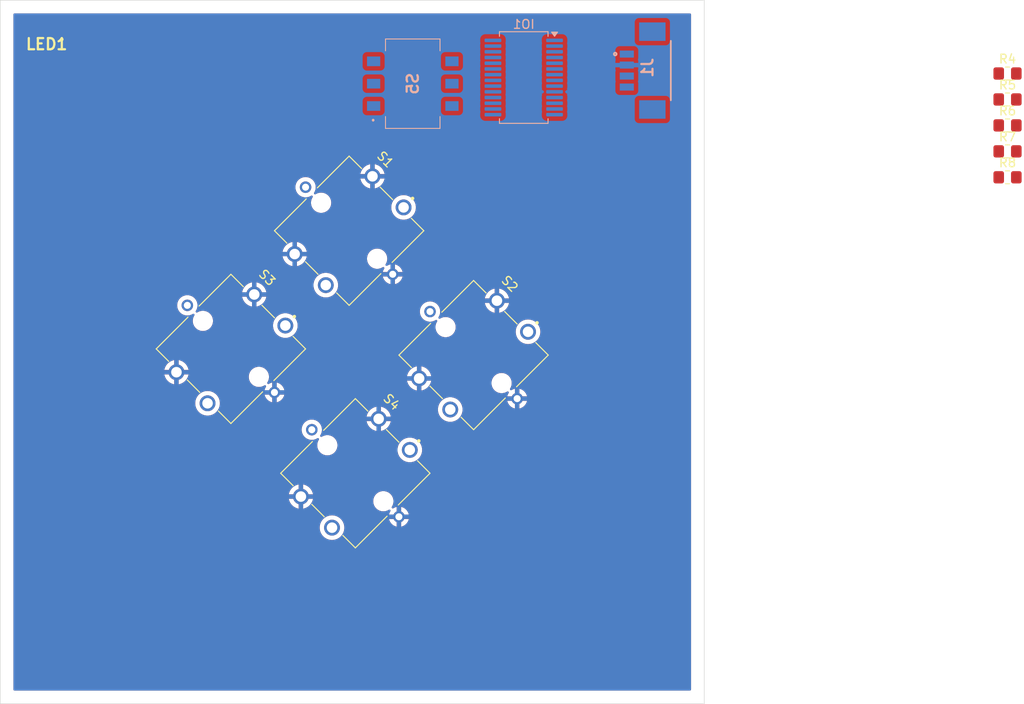
<source format=kicad_pcb>
(kicad_pcb
	(version 20241229)
	(generator "pcbnew")
	(generator_version "9.0")
	(general
		(thickness 1.6)
		(legacy_teardrops no)
	)
	(paper "A4")
	(layers
		(0 "F.Cu" signal)
		(2 "B.Cu" signal)
		(9 "F.Adhes" user "F.Adhesive")
		(11 "B.Adhes" user "B.Adhesive")
		(13 "F.Paste" user)
		(15 "B.Paste" user)
		(5 "F.SilkS" user "F.Silkscreen")
		(7 "B.SilkS" user "B.Silkscreen")
		(1 "F.Mask" user)
		(3 "B.Mask" user)
		(17 "Dwgs.User" user "User.Drawings")
		(19 "Cmts.User" user "User.Comments")
		(21 "Eco1.User" user "User.Eco1")
		(23 "Eco2.User" user "User.Eco2")
		(25 "Edge.Cuts" user)
		(27 "Margin" user)
		(31 "F.CrtYd" user "F.Courtyard")
		(29 "B.CrtYd" user "B.Courtyard")
		(35 "F.Fab" user)
		(33 "B.Fab" user)
		(39 "User.1" user)
		(41 "User.2" user)
		(43 "User.3" user)
		(45 "User.4" user)
	)
	(setup
		(pad_to_mask_clearance 0)
		(allow_soldermask_bridges_in_footprints no)
		(tenting front back)
		(pcbplotparams
			(layerselection 0x00000000_00000000_55555555_5755f5ff)
			(plot_on_all_layers_selection 0x00000000_00000000_00000000_00000000)
			(disableapertmacros no)
			(usegerberextensions no)
			(usegerberattributes yes)
			(usegerberadvancedattributes yes)
			(creategerberjobfile yes)
			(dashed_line_dash_ratio 12.000000)
			(dashed_line_gap_ratio 3.000000)
			(svgprecision 4)
			(plotframeref no)
			(mode 1)
			(useauxorigin no)
			(hpglpennumber 1)
			(hpglpenspeed 20)
			(hpglpendiameter 15.000000)
			(pdf_front_fp_property_popups yes)
			(pdf_back_fp_property_popups yes)
			(pdf_metadata yes)
			(pdf_single_document no)
			(dxfpolygonmode yes)
			(dxfimperialunits yes)
			(dxfusepcbnewfont yes)
			(psnegative no)
			(psa4output no)
			(plot_black_and_white yes)
			(sketchpadsonfab no)
			(plotpadnumbers no)
			(hidednponfab no)
			(sketchdnponfab yes)
			(crossoutdnponfab yes)
			(subtractmaskfromsilk no)
			(outputformat 1)
			(mirror no)
			(drillshape 1)
			(scaleselection 1)
			(outputdirectory "")
		)
	)
	(net 0 "")
	(net 1 "unconnected-(IO1-NC-Pad11)")
	(net 2 "unconnected-(IO1-INTA-Pad20)")
	(net 3 "Net-(IO1-GPA6)")
	(net 4 "/L1")
	(net 5 "/S1")
	(net 6 "Net-(IO1-A0)")
	(net 7 "unconnected-(IO1-GPA3-Pad24)")
	(net 8 "unconnected-(IO1-GPA5-Pad26)")
	(net 9 "/S2")
	(net 10 "Net-(IO1-SCK)")
	(net 11 "+5V")
	(net 12 "unconnected-(IO1-GPA0-Pad21)")
	(net 13 "GND")
	(net 14 "unconnected-(IO1-GPA4-Pad25)")
	(net 15 "unconnected-(IO1-INTB-Pad19)")
	(net 16 "Net-(IO1-A2)")
	(net 17 "/L2")
	(net 18 "unconnected-(IO1-NC-Pad14)")
	(net 19 "unconnected-(IO1-GPA1-Pad22)")
	(net 20 "/L3")
	(net 21 "/L4")
	(net 22 "unconnected-(IO1-GPA2-Pad23)")
	(net 23 "/S3")
	(net 24 "/S4")
	(net 25 "Net-(IO1-GPA7)")
	(net 26 "Net-(IO1-SDA)")
	(net 27 "Net-(IO1-A1)")
	(net 28 "Net-(LED1-A_2)")
	(net 29 "Net-(LED1-A_1)")
	(footprint "Resistor_SMD:R_0805_2012Metric_Pad1.20x1.40mm_HandSolder" (layer "F.Cu") (at 134.46 31.285))
	(footprint "modules:SW_TSD1265" (layer "F.Cu") (at 46.211418 59.646447 -45))
	(footprint "Resistor_SMD:R_0805_2012Metric_Pad1.20x1.40mm_HandSolder" (layer "F.Cu") (at 134.46 28.335))
	(footprint "Resistor_SMD:R_0805_2012Metric_Pad1.20x1.40mm_HandSolder" (layer "F.Cu") (at 134.46 34.235))
	(footprint "Resistor_SMD:R_0805_2012Metric_Pad1.20x1.40mm_HandSolder" (layer "F.Cu") (at 134.46 37.185))
	(footprint "Resistor_SMD:R_0805_2012Metric_Pad1.20x1.40mm_HandSolder" (layer "F.Cu") (at 134.46 40.135))
	(footprint "modules:SW_TSD1265" (layer "F.Cu") (at 73.788582 60.353553 -45))
	(footprint "modules:SW_TSD1265" (layer "F.Cu") (at 60.353553 73.788582 -45))
	(footprint "modules:LED GreenRed APHBM2012SURKCGKC" (layer "F.Cu") (at 25 25))
	(footprint "modules:SW_TSD1265" (layer "F.Cu") (at 59.646447 46.211418 -45))
	(footprint "modules:PicoBlade 4pin 53261-0471" (layer "B.Cu") (at 92 28 -90))
	(footprint "Package_SO:SSOP-28_5.3x10.2mm_P0.65mm" (layer "B.Cu") (at 79.49 28.79 180))
	(footprint "modules:DS04254203BKSMT" (layer "B.Cu") (at 66.88 29.49 90))
	(gr_rect
		(start 20 20)
		(end 100 100)
		(stroke
			(width 0.05)
			(type solid)
		)
		(fill no)
		(layer "Edge.Cuts")
		(uuid "54381d51-44e9-4eb2-943a-9715148d189d")
	)
	(gr_rect
		(start 20 20)
		(end 100 100)
		(stroke
			(width 0.05)
			(type solid)
		)
		(fill no)
		(layer "Edge.Cuts")
		(uuid "9514d49c-0aee-49a7-9215-7dadeb123d78")
	)
	(gr_rect
		(start 20 20)
		(end 100 100)
		(stroke
			(width 0.05)
			(type solid)
		)
		(fill no)
		(layer "Edge.Cuts")
		(uuid "cee708c9-4cfb-4ccd-9066-3a9151fa37fd")
	)
	(zone
		(net 13)
		(net_name "GND")
		(layers "F.Cu" "B.Cu")
		(uuid "b54b0493-e34e-4514-b814-60d78c03ad20")
		(hatch edge 0.5)
		(connect_pads
			(clearance 0.5)
		)
		(min_thickness 0.25)
		(filled_areas_thickness no)
		(fill yes
			(thermal_gap 0.5)
			(thermal_bridge_width 0.5)
			(island_removal_mode 1)
			(island_area_min 10)
		)
		(polygon
			(pts
				(xy 20 20) (xy 100 20) (xy 100 100) (xy 20 100)
			)
		)
		(filled_polygon
			(layer "F.Cu")
			(pts
				(xy 98.442539 21.520185) (xy 98.488294 21.572989) (xy 98.4995 21.6245) (xy 98.4995 98.3755) (xy 98.479815 98.442539)
				(xy 98.427011 98.488294) (xy 98.3755 98.4995) (xy 21.6245 98.4995) (xy 21.557461 98.479815) (xy 21.511706 98.427011)
				(xy 21.5005 98.3755) (xy 21.5005 79.865544) (xy 56.301403 79.865544) (xy 56.301403 80.085987) (xy 56.335888 80.303718)
				(xy 56.404006 80.513369) (xy 56.404007 80.513372) (xy 56.50409 80.709791) (xy 56.633655 80.888124)
				(xy 56.633659 80.888129) (xy 56.789539 81.044009) (xy 56.789544 81.044013) (xy 56.945095 81.157026)
				(xy 56.967881 81.173581) (xy 57.096278 81.239003) (xy 57.164296 81.273661) (xy 57.164299 81.273662)
				(xy 57.269124 81.307721) (xy 57.373952 81.341781) (xy 57.591681 81.376266) (xy 57.591682 81.376266)
				(xy 57.812124 81.376266) (xy 57.812125 81.376266) (xy 58.029854 81.341781) (xy 58.239509 81.273661)
				(xy 58.435925 81.173581) (xy 58.614268 81.044008) (xy 58.770145 80.888131) (xy 58.899718 80.709788)
				(xy 58.999798 80.513372) (xy 59.067918 80.303717) (xy 59.102403 80.085988) (xy 59.102403 79.865544)
				(xy 59.067918 79.647815) (xy 58.999798 79.43816) (xy 58.999798 79.438159) (xy 58.951391 79.343157)
				(xy 58.899718 79.241744) (xy 58.824583 79.138329) (xy 58.77015 79.063407) (xy 58.770146 79.063402)
				(xy 58.614266 78.907522) (xy 58.614261 78.907518) (xy 58.435928 78.777953) (xy 58.435927 78.777952)
				(xy 58.435925 78.777951) (xy 58.372999 78.745888) (xy 58.239509 78.67787) (xy 58.239506 78.677869)
				(xy 58.029855 78.609751) (xy 57.920989 78.592508) (xy 57.812125 78.575266) (xy 57.591681 78.575266)
				(xy 57.519104 78.586761) (xy 57.37395 78.609751) (xy 57.164299 78.677869) (xy 57.164296 78.67787)
				(xy 56.967877 78.777953) (xy 56.789544 78.907518) (xy 56.789539 78.907522) (xy 56.633659 79.063402)
				(xy 56.633655 79.063407) (xy 56.50409 79.24174) (xy 56.404007 79.438159) (xy 56.404006 79.438162)
				(xy 56.335888 79.647813) (xy 56.301403 79.865544) (xy 21.5005 79.865544) (xy 21.5005 76.190232)
				(xy 52.788514 76.190232) (xy 53.617887 76.190232) (xy 53.607258 76.208641) (xy 53.566369 76.361241)
				(xy 53.566369 76.519223) (xy 53.607258 76.671823) (xy 53.617887 76.690232) (xy 52.788514 76.690232)
				(xy 52.800842 76.768067) (xy 52.800842 76.76807) (xy 52.868936 76.977642) (xy 52.968982 77.173992)
				(xy 53.098511 77.352273) (xy 53.254327 77.508089) (xy 53.432608 77.637618) (xy 53.628958 77.737664)
				(xy 53.838532 77.805758) (xy 53.916368 77.818086) (xy 53.916369 77.818086) (xy 53.916369 76.988714)
				(xy 53.934778 76.999343) (xy 54.087378 77.040232) (xy 54.24536 77.040232) (xy 54.39796 76.999343)
				(xy 54.416369 76.988714) (xy 54.416369 77.818086) (xy 54.494203 77.805758) (xy 54.494206 77.805758)
				(xy 54.703779 77.737664) (xy 54.900129 77.637618) (xy 55.07841 77.508089) (xy 55.234226 77.352273)
				(xy 55.363755 77.173992) (xy 55.463801 76.977642) (xy 55.495524 76.880011) (xy 62.385034 76.880011)
				(xy 62.385034 77.061114) (xy 62.413363 77.239973) (xy 62.469321 77.412199) (xy 62.469322 77.412202)
				(xy 62.55154 77.57356) (xy 62.657975 77.720057) (xy 62.657979 77.720062) (xy 62.786034 77.848117)
				(xy 62.786039 77.848121) (xy 62.881693 77.917617) (xy 62.93254 77.954559) (xy 62.995318 77.986546)
				(xy 63.093894 78.036774) (xy 63.093897 78.036775) (xy 63.14083 78.052024) (xy 63.266125 78.092734)
				(xy 63.348963 78.105854) (xy 63.444983 78.121063) (xy 63.444988 78.121063) (xy 63.626085 78.121063)
				(xy 63.712793 78.107328) (xy 63.804943 78.092734) (xy 63.977173 78.036774) (xy 64.138528 77.954559)
				(xy 64.157056 77.941097) (xy 64.222861 77.917617) (xy 64.290915 77.933441) (xy 64.339611 77.983546)
				(xy 64.353487 78.052024) (xy 64.330261 78.114299) (xy 64.316312 78.133497) (xy 64.233848 78.295344)
				(xy 64.177715 78.468103) (xy 64.174512 78.488329) (xy 64.987614 78.488329) (xy 64.98322 78.492723)
				(xy 64.930559 78.583935) (xy 64.9033 78.685668) (xy 64.9033 78.79099) (xy 64.930559 78.892723) (xy 64.98322 78.983935)
				(xy 64.987614 78.988329) (xy 64.174512 78.988329) (xy 64.177715 79.008554) (xy 64.233848 79.181313)
				(xy 64.316311 79.343157) (xy 64.42308 79.49011) (xy 64.42308 79.490111) (xy 64.551517 79.618548)
				(xy 64.698471 79.725317) (xy 64.860315 79.80778) (xy 65.033074 79.863913) (xy 65.0533 79.867117)
				(xy 65.0533 79.054015) (xy 65.057694 79.058409) (xy 65.148906 79.11107) (xy 65.250639 79.138329)
				(xy 65.355961 79.138329) (xy 65.457694 79.11107) (xy 65.548906 79.058409) (xy 65.5533 79.054015)
				(xy 65.5533 79.867116) (xy 65.573525 79.863913) (xy 65.746284 79.80778) (xy 65.908128 79.725317)
				(xy 66.055081 79.618548) (xy 66.055082 79.618548) (xy 66.183519 79.490111) (xy 66.183519 79.49011)
				(xy 66.290288 79.343157) (xy 66.372751 79.181313) (xy 66.428884 79.008554) (xy 66.432088 78.988329)
				(xy 65.618986 78.988329) (xy 65.62338 78.983935) (xy 65.676041 78.892723) (xy 65.7033 78.79099)
				(xy 65.7033 78.685668) (xy 65.676041 78.583935) (xy 65.62338 78.492723) (xy 65.618986 78.488329)
				(xy 66.432088 78.488329) (xy 66.428884 78.468103) (xy 66.372751 78.295344) (xy 66.290288 78.1335)
				(xy 66.183519 77.986547) (xy 66.183519 77.986546) (xy 66.055082 77.858109) (xy 65.908128 77.75134)
				(xy 65.746284 77.668877) (xy 65.573531 77.612745) (xy 65.573524 77.612744) (xy 65.5533 77.609539)
				(xy 65.5533 78.422643) (xy 65.548906 78.418249) (xy 65.457694 78.365588) (xy 65.355961 78.338329)
				(xy 65.250639 78.338329) (xy 65.148906 78.365588) (xy 65.057694 78.418249) (xy 65.0533 78.422643)
				(xy 65.0533 77.60954) (xy 65.053299 77.609539) (xy 65.033075 77.612744) (xy 65.033068 77.612745)
				(xy 64.860315 77.668877) (xy 64.698468 77.751341) (xy 64.67927 77.76529) (xy 64.613463 77.788769)
				(xy 64.545409 77.772942) (xy 64.496715 77.722836) (xy 64.482841 77.654357) (xy 64.506069 77.592084)
				(xy 64.519529 77.573558) (xy 64.601745 77.412202) (xy 64.601746 77.412199) (xy 64.621217 77.352273)
				(xy 64.657705 77.239972) (xy 64.672299 77.147822) (xy 64.686034 77.061114) (xy 64.686034 76.880011)
				(xy 64.668303 76.768067) (xy 64.657705 76.701154) (xy 64.601745 76.528924) (xy 64.601745 76.528923)
				(xy 64.573274 76.473047) (xy 64.51953 76.367569) (xy 64.50593 76.34885) (xy 64.413092 76.221068)
				(xy 64.413088 76.221063) (xy 64.285033 76.093008) (xy 64.285028 76.093004) (xy 64.138531 75.986569)
				(xy 64.13853 75.986568) (xy 64.138528 75.986567) (xy 64.086609 75.960113) (xy 63.977173 75.904351)
				(xy 63.97717 75.90435) (xy 63.804944 75.848392) (xy 63.626085 75.820063) (xy 63.62608 75.820063)
				(xy 63.444988 75.820063) (xy 63.444983 75.820063) (xy 63.266123 75.848392) (xy 63.093897 75.90435)
				(xy 63.093894 75.904351) (xy 62.932536 75.986569) (xy 62.786039 76.093004) (xy 62.786034 76.093008)
				(xy 62.657979 76.221063) (xy 62.657975 76.221068) (xy 62.55154 76.367565) (xy 62.469322 76.528923)
				(xy 62.469321 76.528926) (xy 62.413363 76.701152) (xy 62.385034 76.880011) (xy 55.495524 76.880011)
				(xy 55.509555 76.836827) (xy 55.531895 76.76807) (xy 55.531895 76.768067) (xy 55.544224 76.690232)
				(xy 54.714851 76.690232) (xy 54.72548 76.671823) (xy 54.766369 76.519223) (xy 54.766369 76.361241)
				(xy 54.72548 76.208641) (xy 54.714851 76.190232) (xy 55.544224 76.190232) (xy 55.531895 76.112396)
				(xy 55.531895 76.112393) (xy 55.463801 75.902821) (xy 55.363755 75.706471) (xy 55.234226 75.52819)
				(xy 55.07841 75.372374) (xy 54.900129 75.242845) (xy 54.703779 75.142799) (xy 54.494205 75.074705)
				(xy 54.416369 75.062376) (xy 54.416369 75.891749) (xy 54.39796 75.881121) (xy 54.24536 75.840232)
				(xy 54.087378 75.840232) (xy 53.934778 75.881121) (xy 53.916369 75.891749) (xy 53.916369 75.062376)
				(xy 53.838533 75.074705) (xy 53.83853 75.074705) (xy 53.628958 75.142799) (xy 53.432608 75.242845)
				(xy 53.254327 75.372374) (xy 53.098511 75.52819) (xy 52.968982 75.706471) (xy 52.868936 75.902821)
				(xy 52.800842 76.112393) (xy 52.800842 76.112396) (xy 52.788514 76.190232) (xy 21.5005 76.190232)
				(xy 21.5005 68.747974) (xy 54.249306 68.747974) (xy 54.249306 68.929696) (xy 54.257155 68.979252)
				(xy 54.277734 69.109182) (xy 54.277734 69.109185) (xy 54.333887 69.282006) (xy 54.333889 69.282009)
				(xy 54.416389 69.443925) (xy 54.523203 69.590941) (xy 54.6517 69.719438) (xy 54.798716 69.826252)
				(xy 54.960632 69.908752) (xy 54.960634 69.908753) (xy 55.007905 69.924112) (xy 55.13346 69.964907)
				(xy 55.312945 69.993335) (xy 55.312946 69.993335) (xy 55.494666 69.993335) (xy 55.494667 69.993335)
				(xy 55.674152 69.964907) (xy 55.674155 69.964906) (xy 55.674156 69.964906) (xy 55.846977 69.908753)
				(xy 55.846977 69.908752) (xy 55.84698 69.908752) (xy 56.008896 69.826252) (xy 56.011107 69.824644)
				(xy 56.026882 69.813185) (xy 56.092688 69.789704) (xy 56.160742 69.805529) (xy 56.209437 69.855634)
				(xy 56.223313 69.924112) (xy 56.200087 69.986386) (xy 56.187577 70.003604) (xy 56.10536 70.164961)
				(xy 56.105359 70.164964) (xy 56.049401 70.33719) (xy 56.021072 70.516049) (xy 56.021072 70.697152)
				(xy 56.049401 70.876011) (xy 56.105359 71.048237) (xy 56.10536 71.04824) (xy 56.187578 71.209598)
				(xy 56.294013 71.356095) (xy 56.294017 71.3561) (xy 56.422072 71.484155) (xy 56.422077 71.484159)
				(xy 56.549859 71.576997) (xy 56.568578 71.590597) (xy 56.674056 71.644341) (xy 56.729932 71.672812)
				(xy 56.729935 71.672813) (xy 56.816048 71.700792) (xy 56.902163 71.728772) (xy 56.985001 71.741892)
				(xy 57.081021 71.757101) (xy 57.081026 71.757101) (xy 57.262123 71.757101) (xy 57.348831 71.743366)
				(xy 57.440981 71.728772) (xy 57.613211 71.672812) (xy 57.774566 71.590597) (xy 57.921073 71.484154)
				(xy 58.049125 71.356102) (xy 58.155568 71.209595) (xy 58.237783 71.04824) (xy 58.237784 71.048237)
				(xy 58.244779 71.02671) (xy 65.140237 71.02671) (xy 65.140237 71.247153) (xy 65.174722 71.464884)
				(xy 65.24284 71.674535) (xy 65.242841 71.674538) (xy 65.342924 71.870957) (xy 65.472489 72.04929)
				(xy 65.472493 72.049295) (xy 65.628373 72.205175) (xy 65.628378 72.205179) (xy 65.783929 72.318192)
				(xy 65.806715 72.334747) (xy 65.935112 72.400169) (xy 66.00313 72.434827) (xy 66.003133 72.434828)
				(xy 66.107958 72.468887) (xy 66.212786 72.502947) (xy 66.430515 72.537432) (xy 66.430516 72.537432)
				(xy 66.650958 72.537432) (xy 66.650959 72.537432) (xy 66.868688 72.502947) (xy 67.078343 72.434827)
				(xy 67.274759 72.334747) (xy 67.453102 72.205174) (xy 67.608979 72.049297) (xy 67.738552 71.870954)
				(xy 67.838632 71.674538) (xy 67.906752 71.464883) (xy 67.941237 71.247154) (xy 67.941237 71.02671)
				(xy 67.906752 70.808981) (xy 67.870417 70.697152) (xy 67.838633 70.599328) (xy 67.838632 70.599325)
				(xy 67.7962 70.516049) (xy 67.738552 70.40291) (xy 67.721997 70.380124) (xy 67.608984 70.224573)
				(xy 67.60898 70.224568) (xy 67.4531 70.068688) (xy 67.453095 70.068684) (xy 67.274762 69.939119)
				(xy 67.274761 69.939118) (xy 67.274759 69.939117) (xy 67.211833 69.907054) (xy 67.078343 69.839036)
				(xy 67.07834 69.839035) (xy 66.868689 69.770917) (xy 66.759823 69.753674) (xy 66.650959 69.736432)
				(xy 66.430515 69.736432) (xy 66.357938 69.747927) (xy 66.212784 69.770917) (xy 66.003133 69.839035)
				(xy 66.00313 69.839036) (xy 65.806711 69.939119) (xy 65.628378 70.068684) (xy 65.628373 70.068688)
				(xy 65.472493 70.224568) (xy 65.472489 70.224573) (xy 65.342924 70.402906) (xy 65.242841 70.599325)
				(xy 65.24284 70.599328) (xy 65.174722 70.808979) (xy 65.140237 71.02671) (xy 58.244779 71.02671)
				(xy 58.258812 70.98352) (xy 58.258812 70.983519) (xy 58.293742 70.876013) (xy 58.293741 70.876013)
				(xy 58.293743 70.87601) (xy 58.305034 70.804721) (xy 58.322072 70.697152) (xy 58.322072 70.516049)
				(xy 58.304151 70.402906) (xy 58.293743 70.337192) (xy 58.265763 70.251077) (xy 58.237784 70.164964)
				(xy 58.237783 70.164961) (xy 58.209312 70.109085) (xy 58.155568 70.003607) (xy 58.086653 69.908753)
				(xy 58.04913 69.857106) (xy 58.049126 69.857101) (xy 57.921071 69.729046) (xy 57.921066 69.729042)
				(xy 57.774569 69.622607) (xy 57.774568 69.622606) (xy 57.774566 69.622605) (xy 57.712422 69.590941)
				(xy 57.613211 69.540389) (xy 57.613208 69.540388) (xy 57.440982 69.48443) (xy 57.262123 69.456101)
				(xy 57.262118 69.456101) (xy 57.081026 69.456101) (xy 57.081021 69.456101) (xy 56.902161 69.48443)
				(xy 56.729935 69.540388) (xy 56.729932 69.540389) (xy 56.568575 69.622606) (xy 56.551357 69.635116)
				(xy 56.485551 69.658595) (xy 56.417497 69.642769) (xy 56.368803 69.592663) (xy 56.354928 69.524184)
				(xy 56.378156 69.461911) (xy 56.39122 69.443929) (xy 56.391219 69.443929) (xy 56.391223 69.443925)
				(xy 56.473723 69.282009) (xy 56.529878 69.109181) (xy 56.558306 68.929696) (xy 56.558306 68.747974)
				(xy 56.529878 68.568489) (xy 56.529877 68.568485) (xy 56.529877 68.568484) (xy 56.473724 68.395663)
				(xy 56.473722 68.39566) (xy 56.391222 68.233744) (xy 56.367721 68.201398) (xy 56.284409 68.086729)
				(xy 56.155912 67.958232) (xy 56.008896 67.851418) (xy 55.84698 67.768918) (xy 55.846977 67.768916)
				(xy 55.674154 67.712763) (xy 55.554495 67.693811) (xy 55.494667 67.684335) (xy 55.312945 67.684335)
				(xy 55.253116 67.693811) (xy 55.133458 67.712763) (xy 55.133455 67.712763) (xy 54.960634 67.768916)
				(xy 54.960631 67.768918) (xy 54.798715 67.851418) (xy 54.722557 67.906751) (xy 54.6517 67.958232)
				(xy 54.651698 67.958234) (xy 54.651697 67.958234) (xy 54.523205 68.086726) (xy 54.523205 68.086727)
				(xy 54.523203 68.086729) (xy 54.485365 68.138808) (xy 54.416389 68.233744) (xy 54.333889 68.39566)
				(xy 54.333887 68.395663) (xy 54.277734 68.568484) (xy 54.277734 68.568487) (xy 54.277734 68.568489)
				(xy 54.249306 68.747974) (xy 21.5005 68.747974) (xy 21.5005 67.351398) (xy 61.627348 67.351398)
				(xy 62.456721 67.351398) (xy 62.446092 67.369807) (xy 62.405203 67.522407) (xy 62.405203 67.680389)
				(xy 62.446092 67.832989) (xy 62.456721 67.851398) (xy 61.627348 67.851398) (xy 61.639676 67.929233)
				(xy 61.639676 67.929236) (xy 61.70777 68.138808) (xy 61.807816 68.335158) (xy 61.937345 68.513439)
				(xy 62.093161 68.669255) (xy 62.271442 68.798784) (xy 62.467792 68.89883) (xy 62.677366 68.966924)
				(xy 62.755202 68.979252) (xy 62.755203 68.979252) (xy 62.755203 68.14988) (xy 62.773612 68.160509)
				(xy 62.926212 68.201398) (xy 63.084194 68.201398) (xy 63.236794 68.160509) (xy 63.255203 68.14988)
				(xy 63.255203 68.979252) (xy 63.333037 68.966924) (xy 63.33304 68.966924) (xy 63.542613 68.89883)
				(xy 63.738963 68.798784) (xy 63.917244 68.669255) (xy 64.07306 68.513439) (xy 64.202589 68.335158)
				(xy 64.302635 68.138808) (xy 64.370729 67.929236) (xy 64.370729 67.929233) (xy 64.383058 67.851398)
				(xy 63.553685 67.851398) (xy 63.564314 67.832989) (xy 63.605203 67.680389) (xy 63.605203 67.522407)
				(xy 63.564314 67.369807) (xy 63.553685 67.351398) (xy 64.383058 67.351398) (xy 64.370729 67.273562)
				(xy 64.370729 67.273559) (xy 64.302635 67.063987) (xy 64.202589 66.867637) (xy 64.07306 66.689356)
				(xy 63.917245 66.533541) (xy 63.906813 66.525962) (xy 63.906812 66.525961) (xy 63.775442 66.430515)
				(xy 69.736432 66.430515) (xy 69.736432 66.650958) (xy 69.770917 66.868689) (xy 69.839035 67.07834)
				(xy 69.839036 67.078343) (xy 69.900844 67.199645) (xy 69.938507 67.273562) (xy 69.939119 67.274762)
				(xy 70.068684 67.453095) (xy 70.068688 67.4531) (xy 70.224568 67.60898) (xy 70.224573 67.608984)
				(xy 70.322855 67.680389) (xy 70.40291 67.738552) (xy 70.531307 67.803974) (xy 70.599325 67.838632)
				(xy 70.599328 67.838633) (xy 70.704153 67.872692) (xy 70.808981 67.906752) (xy 71.02671 67.941237)
				(xy 71.026711 67.941237) (xy 71.247153 67.941237) (xy 71.247154 67.941237) (xy 71.464883 67.906752)
				(xy 71.674538 67.838632) (xy 71.870954 67.738552) (xy 72.049297 67.608979) (xy 72.205174 67.453102)
				(xy 72.334747 67.274759) (xy 72.434827 67.078343) (xy 72.502947 66.868688) (xy 72.537432 66.650959)
				(xy 72.537432 66.430515) (xy 72.502947 66.212786) (xy 72.434827 66.003131) (xy 72.434827 66.00313)
				(xy 72.38642 65.908128) (xy 72.334747 65.806715) (xy 72.259612 65.7033) (xy 72.205179 65.628378)
				(xy 72.205175 65.628373) (xy 72.049295 65.472493) (xy 72.04929 65.472489) (xy 71.870957 65.342924)
				(xy 71.870956 65.342923) (xy 71.870954 65.342922) (xy 71.808028 65.310859) (xy 71.674538 65.242841)
				(xy 71.674535 65.24284) (xy 71.464884 65.174722) (xy 71.356018 65.157479) (xy 71.247154 65.140237)
				(xy 71.02671 65.140237) (xy 70.954133 65.151732) (xy 70.808979 65.174722) (xy 70.599328 65.24284)
				(xy 70.599325 65.242841) (xy 70.402906 65.342924) (xy 70.224573 65.472489) (xy 70.224568 65.472493)
				(xy 70.068688 65.628373) (xy 70.068684 65.628378) (xy 69.939119 65.806711) (xy 69.839036 66.00313)
				(xy 69.839035 66.003133) (xy 69.770917 66.212784) (xy 69.736432 66.430515) (xy 63.775442 66.430515)
				(xy 63.738963 66.404011) (xy 63.542613 66.303965) (xy 63.333039 66.235871) (xy 63.255203 66.223542)
				(xy 63.255203 67.052915) (xy 63.236794 67.042287) (xy 63.084194 67.001398) (xy 62.926212 67.001398)
				(xy 62.773612 67.042287) (xy 62.755203 67.052915) (xy 62.755203 66.223542) (xy 62.677367 66.235871)
				(xy 62.677364 66.235871) (xy 62.467792 66.303965) (xy 62.271442 66.404011) (xy 62.093161 66.53354)
				(xy 61.937345 66.689356) (xy 61.807816 66.867637) (xy 61.70777 67.063987) (xy 61.639676 67.273559)
				(xy 61.639676 67.273562) (xy 61.627348 67.351398) (xy 21.5005 67.351398) (xy 21.5005 65.723409)
				(xy 42.159268 65.723409) (xy 42.159268 65.943852) (xy 42.193753 66.161583) (xy 42.261871 66.371234)
				(xy 42.261872 66.371237) (xy 42.292878 66.432088) (xy 42.344571 66.53354) (xy 42.361955 66.567656)
				(xy 42.49152 66.745989) (xy 42.491524 66.745994) (xy 42.647404 66.901874) (xy 42.647409 66.901878)
				(xy 42.784388 67.001398) (xy 42.825746 67.031446) (xy 42.91778 67.07834) (xy 43.022161 67.131526)
				(xy 43.022164 67.131527) (xy 43.126989 67.165586) (xy 43.231817 67.199646) (xy 43.449546 67.234131)
				(xy 43.449547 67.234131) (xy 43.669989 67.234131) (xy 43.66999 67.234131) (xy 43.887719 67.199646)
				(xy 44.097374 67.131526) (xy 44.29379 67.031446) (xy 44.472133 66.901873) (xy 44.62801 66.745996)
				(xy 44.757583 66.567653) (xy 44.857663 66.371237) (xy 44.925783 66.161582) (xy 44.960268 65.943853)
				(xy 44.960268 65.723409) (xy 44.925783 65.50568) (xy 44.857663 65.296025) (xy 44.857663 65.296024)
				(xy 44.778284 65.140237) (xy 44.757583 65.099609) (xy 44.673022 64.98322) (xy 44.628015 64.921272)
				(xy 44.628011 64.921267) (xy 44.472131 64.765387) (xy 44.472126 64.765383) (xy 44.293793 64.635818)
				(xy 44.293792 64.635817) (xy 44.29379 64.635816) (xy 44.226923 64.601745) (xy 44.097374 64.535735)
				(xy 44.097371 64.535734) (xy 43.88772 64.467616) (xy 43.778854 64.450373) (xy 43.66999 64.433131)
				(xy 43.449546 64.433131) (xy 43.376969 64.444626) (xy 43.231815 64.467616) (xy 43.022164 64.535734)
				(xy 43.022161 64.535735) (xy 42.825742 64.635818) (xy 42.647409 64.765383) (xy 42.647404 64.765387)
				(xy 42.491524 64.921267) (xy 42.49152 64.921272) (xy 42.361955 65.099605) (xy 42.261872 65.296024)
				(xy 42.261871 65.296027) (xy 42.193753 65.505678) (xy 42.159268 65.723409) (xy 21.5005 65.723409)
				(xy 21.5005 62.048097) (xy 38.646379 62.048097) (xy 39.475752 62.048097) (xy 39.465123 62.066506)
				(xy 39.424234 62.219106) (xy 39.424234 62.377088) (xy 39.465123 62.529688) (xy 39.475752 62.548097)
				(xy 38.646379 62.548097) (xy 38.658707 62.625932) (xy 38.658707 62.625935) (xy 38.726801 62.835507)
				(xy 38.826847 63.031857) (xy 38.956376 63.210138) (xy 39.112192 63.365954) (xy 39.290473 63.495483)
				(xy 39.486823 63.595529) (xy 39.696397 63.663623) (xy 39.774233 63.675951) (xy 39.774234 63.675951)
				(xy 39.774234 62.846579) (xy 39.792643 62.857208) (xy 39.945243 62.898097) (xy 40.103225 62.898097)
				(xy 40.255825 62.857208) (xy 40.274234 62.846579) (xy 40.274234 63.675951) (xy 40.352068 63.663623)
				(xy 40.352071 63.663623) (xy 40.561644 63.595529) (xy 40.757994 63.495483) (xy 40.936275 63.365954)
				(xy 41.092091 63.210138) (xy 41.22162 63.031857) (xy 41.321666 62.835507) (xy 41.353389 62.737876)
				(xy 48.242899 62.737876) (xy 48.242899 62.918979) (xy 48.271228 63.097838) (xy 48.327186 63.270064)
				(xy 48.327187 63.270067) (xy 48.409405 63.431425) (xy 48.51584 63.577922) (xy 48.515844 63.577927)
				(xy 48.643899 63.705982) (xy 48.643904 63.705986) (xy 48.689294 63.738963) (xy 48.790405 63.812424)
				(xy 48.853183 63.844411) (xy 48.951759 63.894639) (xy 48.951762 63.89464) (xy 48.998695 63.909889)
				(xy 49.12399 63.950599) (xy 49.206828 63.963719) (xy 49.302848 63.978928) (xy 49.302853 63.978928)
				(xy 49.48395 63.978928) (xy 49.570658 63.965193) (xy 49.662808 63.950599) (xy 49.835038 63.894639)
				(xy 49.996393 63.812424) (xy 50.014921 63.798962) (xy 50.080726 63.775482) (xy 50.14878 63.791306)
				(xy 50.197476 63.841411) (xy 50.211352 63.909889) (xy 50.188126 63.972164) (xy 50.174177 63.991362)
				(xy 50.091713 64.153209) (xy 50.03558 64.325968) (xy 50.032377 64.346194) (xy 50.845479 64.346194)
				(xy 50.841085 64.350588) (xy 50.788424 64.4418) (xy 50.761165 64.543533) (xy 50.761165 64.648855)
				(xy 50.788424 64.750588) (xy 50.841085 64.8418) (xy 50.845479 64.846194) (xy 50.032377 64.846194)
				(xy 50.03558 64.866419) (xy 50.091713 65.039178) (xy 50.174176 65.201022) (xy 50.280945 65.347975)
				(xy 50.280945 65.347976) (xy 50.409382 65.476413) (xy 50.556336 65.583182) (xy 50.71818 65.665645)
				(xy 50.890939 65.721778) (xy 50.911165 65.724982) (xy 50.911165 64.91188) (xy 50.915559 64.916274)
				(xy 51.006771 64.968935) (xy 51.108504 64.996194) (xy 51.213826 64.996194) (xy 51.315559 64.968935)
				(xy 51.406771 64.916274) (xy 51.411165 64.91188) (xy 51.411165 65.724981) (xy 51.43139 65.721778)
				(xy 51.604149 65.665645) (xy 51.765993 65.583182) (xy 51.912946 65.476413) (xy 51.912947 65.476413)
				(xy 52.041384 65.347976) (xy 52.041384 65.347975) (xy 52.148153 65.201022) (xy 52.230616 65.039178)
				(xy 52.286749 64.866419) (xy 52.289953 64.846194) (xy 51.476851 64.846194) (xy 51.481245 64.8418)
				(xy 51.533906 64.750588) (xy 51.561165 64.648855) (xy 51.561165 64.543533) (xy 51.533906 64.4418)
				(xy 51.481245 64.350588) (xy 51.476851 64.346194) (xy 52.289953 64.346194) (xy 52.286749 64.325968)
				(xy 52.230616 64.153209) (xy 52.148153 63.991365) (xy 52.041384 63.844412) (xy 52.041384 63.844411)
				(xy 51.912947 63.715974) (xy 51.765993 63.609205) (xy 51.604149 63.526742) (xy 51.431396 63.47061)
				(xy 51.431389 63.470609) (xy 51.411165 63.467404) (xy 51.411165 64.280508) (xy 51.406771 64.276114)
				(xy 51.315559 64.223453) (xy 51.213826 64.196194) (xy 51.108504 64.196194) (xy 51.006771 64.223453)
				(xy 50.915559 64.276114) (xy 50.911165 64.280508) (xy 50.911165 63.467405) (xy 50.911164 63.467404)
				(xy 50.89094 63.470609) (xy 50.890933 63.47061) (xy 50.71818 63.526742) (xy 50.556333 63.609206)
				(xy 50.537135 63.623155) (xy 50.471328 63.646634) (xy 50.403274 63.630807) (xy 50.35458 63.580701)
				(xy 50.340706 63.512222) (xy 50.363934 63.449949) (xy 50.367539 63.444988) (xy 50.377395 63.431422)
				(xy 50.45961 63.270067) (xy 50.460891 63.266125) (xy 50.488932 63.179823) (xy 50.488932 63.179822)
				(xy 50.492478 63.168905) (xy 50.51557 63.097837) (xy 50.530164 63.005687) (xy 50.543899 62.918979)
				(xy 50.543899 62.755203) (xy 66.223543 62.755203) (xy 67.052916 62.755203) (xy 67.042287 62.773612)
				(xy 67.001398 62.926212) (xy 67.001398 63.084194) (xy 67.042287 63.236794) (xy 67.052916 63.255203)
				(xy 66.223543 63.255203) (xy 66.235871 63.333038) (xy 66.235871 63.333041) (xy 66.303965 63.542613)
				(xy 66.404011 63.738963) (xy 66.53354 63.917244) (xy 66.689356 64.07306) (xy 66.867637 64.202589)
				(xy 67.063987 64.302635) (xy 67.273561 64.370729) (xy 67.351397 64.383057) (xy 67.351398 64.383057)
				(xy 67.351398 63.553685) (xy 67.369807 63.564314) (xy 67.522407 63.605203) (xy 67.680389 63.605203)
				(xy 67.832989 63.564314) (xy 67.851398 63.553685) (xy 67.851398 64.383057) (xy 67.929232 64.370729)
				(xy 67.929235 64.370729) (xy 68.138808 64.302635) (xy 68.335158 64.202589) (xy 68.513439 64.07306)
				(xy 68.669255 63.917244) (xy 68.798784 63.738963) (xy 68.89883 63.542613) (xy 68.930553 63.444982)
				(xy 75.820063 63.444982) (xy 75.820063 63.626085) (xy 75.848392 63.804944) (xy 75.90435 63.97717)
				(xy 75.904351 63.977173) (xy 75.986569 64.138531) (xy 76.093004 64.285028) (xy 76.093008 64.285033)
				(xy 76.221063 64.413088) (xy 76.221068 64.413092) (xy 76.24865 64.433131) (xy 76.367569 64.51953)
				(xy 76.430347 64.551517) (xy 76.528923 64.601745) (xy 76.528926 64.601746) (xy 76.575859 64.616995)
				(xy 76.701154 64.657705) (xy 76.783992 64.670825) (xy 76.880012 64.686034) (xy 76.880017 64.686034)
				(xy 77.061114 64.686034) (xy 77.147822 64.672299) (xy 77.239972 64.657705) (xy 77.412202 64.601745)
				(xy 77.573557 64.51953) (xy 77.592085 64.506068) (xy 77.65789 64.482588) (xy 77.725944 64.498412)
				(xy 77.77464 64.548517) (xy 77.788516 64.616995) (xy 77.76529 64.67927) (xy 77.751341 64.698468)
				(xy 77.668877 64.860315) (xy 77.612744 65.033074) (xy 77.609541 65.0533) (xy 78.422643 65.0533)
				(xy 78.418249 65.057694) (xy 78.365588 65.148906) (xy 78.338329 65.250639) (xy 78.338329 65.355961)
				(xy 78.365588 65.457694) (xy 78.418249 65.548906) (xy 78.422643 65.5533) (xy 77.609541 65.5533)
				(xy 77.612744 65.573525) (xy 77.668877 65.746284) (xy 77.75134 65.908128) (xy 77.858109 66.055081)
				(xy 77.858109 66.055082) (xy 77.986546 66.183519) (xy 78.1335 66.290288) (xy 78.295344 66.372751)
				(xy 78.468103 66.428884) (xy 78.488329 66.432088) (xy 78.488329 65.618986) (xy 78.492723 65.62338)
				(xy 78.583935 65.676041) (xy 78.685668 65.7033) (xy 78.79099 65.7033) (xy 78.892723 65.676041) (xy 78.983935 65.62338)
				(xy 78.988329 65.618986) (xy 78.988329 66.432087) (xy 79.008554 66.428884) (xy 79.181313 66.372751)
				(xy 79.343157 66.290288) (xy 79.49011 66.183519) (xy 79.490111 66.183519) (xy 79.618548 66.055082)
				(xy 79.618548 66.055081) (xy 79.725317 65.908128) (xy 79.80778 65.746284) (xy 79.863913 65.573525)
				(xy 79.867117 65.5533) (xy 79.054015 65.5533) (xy 79.058409 65.548906) (xy 79.11107 65.457694) (xy 79.138329 65.355961)
				(xy 79.138329 65.250639) (xy 79.11107 65.148906) (xy 79.058409 65.057694) (xy 79.054015 65.0533)
				(xy 79.867117 65.0533) (xy 79.863913 65.033074) (xy 79.80778 64.860315) (xy 79.725317 64.698471)
				(xy 79.618548 64.551518) (xy 79.618548 64.551517) (xy 79.490111 64.42308) (xy 79.343157 64.316311)
				(xy 79.181313 64.233848) (xy 79.00856 64.177716) (xy 79.008553 64.177715) (xy 78.988329 64.17451)
				(xy 78.988329 64.987614) (xy 78.983935 64.98322) (xy 78.892723 64.930559) (xy 78.79099 64.9033)
				(xy 78.685668 64.9033) (xy 78.583935 64.930559) (xy 78.492723 64.98322) (xy 78.488329 64.987614)
				(xy 78.488329 64.174511) (xy 78.488328 64.17451) (xy 78.468104 64.177715) (xy 78.468097 64.177716)
				(xy 78.295344 64.233848) (xy 78.133497 64.316312) (xy 78.114299 64.330261) (xy 78.048492 64.35374)
				(xy 77.980438 64.337913) (xy 77.931744 64.287807) (xy 77.91787 64.219328) (xy 77.941098 64.157055)
				(xy 77.943893 64.153209) (xy 77.954559 64.138528) (xy 78.036774 63.977173) (xy 78.038402 63.972164)
				(xy 78.056246 63.917244) (xy 78.092734 63.804943) (xy 78.108408 63.705981) (xy 78.121063 63.626085)
				(xy 78.121063 63.444982) (xy 78.093358 63.270067) (xy 78.092734 63.266125) (xy 78.036774 63.093895)
				(xy 78.036774 63.093894) (xy 78.005164 63.031857) (xy 77.954559 62.93254) (xy 77.929535 62.898097)
				(xy 77.848121 62.786039) (xy 77.848117 62.786034) (xy 77.720062 62.657979) (xy 77.720057 62.657975)
				(xy 77.57356 62.55154) (xy 77.573559 62.551539) (xy 77.573557 62.551538) (xy 77.521638 62.525084)
				(xy 77.412202 62.469322) (xy 77.412199 62.469321) (xy 77.239973 62.413363) (xy 77.061114 62.385034)
				(xy 77.061109 62.385034) (xy 76.880017 62.385034) (xy 76.880012 62.385034) (xy 76.701152 62.413363)
				(xy 76.528926 62.469321) (xy 76.528923 62.469322) (xy 76.367565 62.55154) (xy 76.221068 62.657975)
				(xy 76.221063 62.657979) (xy 76.093008 62.786034) (xy 76.093004 62.786039) (xy 75.986569 62.932536)
				(xy 75.904351 63.093894) (xy 75.90435 63.093897) (xy 75.848392 63.266123) (xy 75.820063 63.444982)
				(xy 68.930553 63.444982) (xy 68.944584 63.401798) (xy 68.966924 63.333041) (xy 68.966924 63.333038)
				(xy 68.979253 63.255203) (xy 68.14988 63.255203) (xy 68.160509 63.236794) (xy 68.201398 63.084194)
				(xy 68.201398 62.926212) (xy 68.160509 62.773612) (xy 68.14988 62.755203) (xy 68.979253 62.755203)
				(xy 68.966924 62.677367) (xy 68.966924 62.677364) (xy 68.89883 62.467792) (xy 68.798784 62.271442)
				(xy 68.669255 62.093161) (xy 68.513439 61.937345) (xy 68.335158 61.807816) (xy 68.138808 61.70777)
				(xy 67.929234 61.639676) (xy 67.851398 61.627347) (xy 67.851398 62.45672) (xy 67.832989 62.446092)
				(xy 67.680389 62.405203) (xy 67.522407 62.405203) (xy 67.369807 62.446092) (xy 67.351398 62.45672)
				(xy 67.351398 61.627347) (xy 67.273562 61.639676) (xy 67.273559 61.639676) (xy 67.063987 61.70777)
				(xy 66.867637 61.807816) (xy 66.689356 61.937345) (xy 66.53354 62.093161) (xy 66.404011 62.271442)
				(xy 66.303965 62.467792) (xy 66.235871 62.677364) (xy 66.235871 62.677367) (xy 66.223543 62.755203)
				(xy 50.543899 62.755203) (xy 50.543899 62.737876) (xy 50.526168 62.625932) (xy 50.51557 62.559019)
				(xy 50.485929 62.467792) (xy 50.459611 62.386791) (xy 50.45961 62.386788) (xy 50.400837 62.271442)
				(xy 50.377395 62.225434) (xy 50.281294 62.093161) (xy 50.270957 62.078933) (xy 50.270953 62.078928)
				(xy 50.142898 61.950873) (xy 50.142893 61.950869) (xy 49.996396 61.844434) (xy 49.996395 61.844433)
				(xy 49.996393 61.844432) (xy 49.924531 61.807816) (xy 49.835038 61.762216) (xy 49.835035 61.762215)
				(xy 49.662809 61.706257) (xy 49.48395 61.677928) (xy 49.483945 61.677928) (xy 49.302853 61.677928)
				(xy 49.302848 61.677928) (xy 49.123988 61.706257) (xy 48.951762 61.762215) (xy 48.951759 61.762216)
				(xy 48.790401 61.844434) (xy 48.643904 61.950869) (xy 48.643899 61.950873) (xy 48.515844 62.078928)
				(xy 48.51584 62.078933) (xy 48.409405 62.22543) (xy 48.327187 62.386788) (xy 48.327186 62.386791)
				(xy 48.271228 62.559017) (xy 48.242899 62.737876) (xy 41.353389 62.737876) (xy 41.36742 62.694692)
				(xy 41.38976 62.625935) (xy 41.38976 62.625932) (xy 41.402089 62.548097) (xy 40.572716 62.548097)
				(xy 40.583345 62.529688) (xy 40.624234 62.377088) (xy 40.624234 62.219106) (xy 40.583345 62.066506)
				(xy 40.572716 62.048097) (xy 41.402089 62.048097) (xy 41.38976 61.970261) (xy 41.38976 61.970258)
				(xy 41.321666 61.760686) (xy 41.22162 61.564336) (xy 41.092091 61.386055) (xy 40.936275 61.230239)
				(xy 40.757994 61.10071) (xy 40.561644 61.000664) (xy 40.35207 60.93257) (xy 40.274234 60.920241)
				(xy 40.274234 61.749614) (xy 40.255825 61.738986) (xy 40.103225 61.698097) (xy 39.945243 61.698097)
				(xy 39.792643 61.738986) (xy 39.774234 61.749614) (xy 39.774234 60.920241) (xy 39.696398 60.93257)
				(xy 39.696395 60.93257) (xy 39.486823 61.000664) (xy 39.290473 61.10071) (xy 39.112192 61.230239)
				(xy 38.956376 61.386055) (xy 38.826847 61.564336) (xy 38.726801 61.760686) (xy 38.658707 61.970258)
				(xy 38.658707 61.970261) (xy 38.646379 62.048097) (xy 21.5005 62.048097) (xy 21.5005 54.605839)
				(xy 40.107171 54.605839) (xy 40.107171 54.787561) (xy 40.11502 54.837117) (xy 40.135599 54.967047)
				(xy 40.135599 54.96705) (xy 40.191752 55.139871) (xy 40.191754 55.139874) (xy 40.274254 55.30179)
				(xy 40.381068 55.448806) (xy 40.509565 55.577303) (xy 40.656581 55.684117) (xy 40.818497 55.766617)
				(xy 40.818499 55.766618) (xy 40.86577 55.781977) (xy 40.991325 55.822772) (xy 41.17081 55.8512)
				(xy 41.170811 55.8512) (xy 41.352531 55.8512) (xy 41.352532 55.8512) (xy 41.532017 55.822772) (xy 41.53202 55.822771)
				(xy 41.532021 55.822771) (xy 41.704842 55.766618) (xy 41.704842 55.766617) (xy 41.704845 55.766617)
				(xy 41.866761 55.684117) (xy 41.868972 55.682509) (xy 41.884747 55.67105) (xy 41.950553 55.647569)
				(xy 42.018607 55.663394) (xy 42.067302 55.713499) (xy 42.081178 55.781977) (xy 42.057952 55.844251)
				(xy 42.045442 55.861469) (xy 41.963225 56.022826) (xy 41.963224 56.022829) (xy 41.907266 56.195055)
				(xy 41.878937 56.373914) (xy 41.878937 56.555017) (xy 41.907266 56.733876) (xy 41.963224 56.906102)
				(xy 41.963225 56.906105) (xy 42.045443 57.067463) (xy 42.151878 57.21396) (xy 42.151882 57.213965)
				(xy 42.279937 57.34202) (xy 42.279942 57.342024) (xy 42.323885 57.37395) (xy 42.426443 57.448462)
				(xy 42.531921 57.502206) (xy 42.587797 57.530677) (xy 42.5878 57.530678) (xy 42.673913 57.558657)
				(xy 42.760028 57.586637) (xy 42.842866 57.599757) (xy 42.938886 57.614966) (xy 42.938891 57.614966)
				(xy 43.119988 57.614966) (xy 43.206696 57.601231) (xy 43.298846 57.586637) (xy 43.471076 57.530677)
				(xy 43.632431 57.448462) (xy 43.778938 57.342019) (xy 43.90699 57.213967) (xy 44.013433 57.06746)
				(xy 44.095648 56.906105) (xy 44.096929 56.902163) (xy 44.102644 56.884575) (xy 50.998102 56.884575)
				(xy 50.998102 57.105018) (xy 51.032587 57.322749) (xy 51.100705 57.5324) (xy 51.100706 57.532403)
				(xy 51.200789 57.728822) (xy 51.330354 57.907155) (xy 51.330358 57.90716) (xy 51.486238 58.06304)
				(xy 51.486243 58.063044) (xy 51.613589 58.155565) (xy 51.66458 58.192612) (xy 51.756614 58.239506)
				(xy 51.860995 58.292692) (xy 51.860998 58.292693) (xy 51.95142 58.322072) (xy 52.070651 58.360812)
				(xy 52.28838 58.395297) (xy 52.288381 58.395297) (xy 52.508823 58.395297) (xy 52.508824 58.395297)
				(xy 52.726553 58.360812) (xy 52.936208 58.292692) (xy 53.132624 58.192612) (xy 53.310967 58.063039)
				(xy 53.466844 57.907162) (xy 53.596417 57.728819) (xy 53.696497 57.532403) (xy 53.764617 57.322748)
				(xy 53.799102 57.105019) (xy 53.799102 56.884575) (xy 53.764617 56.666846) (xy 53.728282 56.555017)
				(xy 53.696498 56.457193) (xy 53.696497 56.45719) (xy 53.617118 56.301403) (xy 53.596417 56.260775)
				(xy 53.552325 56.200087) (xy 53.466849 56.082438) (xy 53.466845 56.082433) (xy 53.310965 55.926553)
				(xy 53.31096 55.926549) (xy 53.132627 55.796984) (xy 53.132626 55.796983) (xy 53.132624 55.796982)
				(xy 53.069698 55.764919) (xy 52.936208 55.696901) (xy 52.936205 55.6969) (xy 52.726554 55.628782)
				(xy 52.617688 55.611539) (xy 52.508824 55.594297) (xy 52.28838 55.594297) (xy 52.215803 55.605792)
				(xy 52.070649 55.628782) (xy 51.860998 55.6969) (xy 51.860995 55.696901) (xy 51.664576 55.796984)
				(xy 51.486243 55.926549) (xy 51.486238 55.926553) (xy 51.330358 56.082433) (xy 51.330354 56.082438)
				(xy 51.200789 56.260771) (xy 51.100706 56.45719) (xy 51.100705 56.457193) (xy 51.032587 56.666844)
				(xy 50.998102 56.884575) (xy 44.102644 56.884575) (xy 44.116677 56.841385) (xy 44.116677 56.841384)
				(xy 44.151607 56.733878) (xy 44.151606 56.733878) (xy 44.151608 56.733875) (xy 44.167481 56.633655)
				(xy 44.179937 56.555017) (xy 44.179937 56.373914) (xy 44.156123 56.223566) (xy 44.151608 56.195057)
				(xy 44.117199 56.089155) (xy 44.095649 56.022829) (xy 44.095648 56.022826) (xy 44.067177 55.96695)
				(xy 44.013433 55.861472) (xy 43.944518 55.766618) (xy 43.906995 55.714971) (xy 43.906991 55.714966)
				(xy 43.778936 55.586911) (xy 43.778931 55.586907) (xy 43.632434 55.480472) (xy 43.632433 55.480471)
				(xy 43.632431 55.48047) (xy 43.510923 55.418558) (xy 43.471076 55.398254) (xy 43.471073 55.398253)
				(xy 43.298847 55.342295) (xy 43.119988 55.313966) (xy 43.119983 55.313966) (xy 42.938891 55.313966)
				(xy 42.938886 55.313966) (xy 42.760026 55.342295) (xy 42.5878 55.398253) (xy 42.587797 55.398254)
				(xy 42.42644 55.480471) (xy 42.409222 55.492981) (xy 42.343416 55.51646) (xy 42.275362 55.500634)
				(xy 42.226668 55.450528) (xy 42.212793 55.382049) (xy 42.236021 55.319776) (xy 42.240984 55.312945)
				(xy 67.684335 55.312945) (xy 67.684335 55.494667) (xy 67.692184 55.544223) (xy 67.712763 55.674153)
				(xy 67.712763 55.674156) (xy 67.768916 55.846977) (xy 67.768918 55.84698) (xy 67.851418 56.008896)
				(xy 67.958232 56.155912) (xy 68.086729 56.284409) (xy 68.233745 56.391223) (xy 68.395661 56.473723)
				(xy 68.395663 56.473724) (xy 68.442934 56.489083) (xy 68.568489 56.529878) (xy 68.747974 56.558306)
				(xy 68.747975 56.558306) (xy 68.929695 56.558306) (xy 68.929696 56.558306) (xy 69.109181 56.529878)
				(xy 69.109184 56.529877) (xy 69.109185 56.529877) (xy 69.282006 56.473724) (xy 69.282006 56.473723)
				(xy 69.282009 56.473723) (xy 69.443925 56.391223) (xy 69.446136 56.389615) (xy 69.461911 56.378156)
				(xy 69.527717 56.354675) (xy 69.595771 56.3705) (xy 69.644466 56.420605) (xy 69.658342 56.489083)
				(xy 69.635116 56.551357) (xy 69.622606 56.568575) (xy 69.540389 56.729932) (xy 69.540388 56.729935)
				(xy 69.48443 56.902161) (xy 69.456101 57.08102) (xy 69.456101 57.262123) (xy 69.48443 57.440982)
				(xy 69.540388 57.613208) (xy 69.540389 57.613211) (xy 69.622607 57.774569) (xy 69.729042 57.921066)
				(xy 69.729046 57.921071) (xy 69.857101 58.049126) (xy 69.857106 58.04913) (xy 69.984888 58.141968)
				(xy 70.003607 58.155568) (xy 70.109085 58.209312) (xy 70.164961 58.237783) (xy 70.164964 58.237784)
				(xy 70.251077 58.265763) (xy 70.337192 58.293743) (xy 70.42003 58.306863) (xy 70.51605 58.322072)
				(xy 70.516055 58.322072) (xy 70.697152 58.322072) (xy 70.78386 58.308337) (xy 70.87601 58.293743)
				(xy 71.04824 58.237783) (xy 71.209595 58.155568) (xy 71.356102 58.049125) (xy 71.484154 57.921073)
				(xy 71.590597 57.774566) (xy 71.672812 57.613211) (xy 71.672813 57.613208) (xy 71.679808 57.591681)
				(xy 78.575266 57.591681) (xy 78.575266 57.812124) (xy 78.609751 58.029855) (xy 78.677869 58.239506)
				(xy 78.67787 58.239509) (xy 78.777953 58.435928) (xy 78.907518 58.614261) (xy 78.907522 58.614266)
				(xy 79.063402 58.770146) (xy 79.063407 58.77015) (xy 79.218958 58.883163) (xy 79.241744 58.899718)
				(xy 79.370141 58.96514) (xy 79.438159 58.999798) (xy 79.438162 58.999799) (xy 79.542987 59.033858)
				(xy 79.647815 59.067918) (xy 79.865544 59.102403) (xy 79.865545 59.102403) (xy 80.085987 59.102403)
				(xy 80.085988 59.102403) (xy 80.303717 59.067918) (xy 80.513372 58.999798) (xy 80.709788 58.899718)
				(xy 80.888131 58.770145) (xy 81.044008 58.614268) (xy 81.173581 58.435925) (xy 81.273661 58.239509)
				(xy 81.341781 58.029854) (xy 81.376266 57.812125) (xy 81.376266 57.591681) (xy 81.341781 57.373952)
				(xy 81.305446 57.262123) (xy 81.273662 57.164299) (xy 81.273661 57.164296) (xy 81.224321 57.067463)
				(xy 81.173581 56.967881) (xy 81.157026 56.945095) (xy 81.044013 56.789544) (xy 81.044009 56.789539)
				(xy 80.888129 56.633659) (xy 80.888124 56.633655) (xy 80.709791 56.50409) (xy 80.70979 56.504089)
				(xy 80.709788 56.504088) (xy 80.646862 56.472025) (xy 80.513372 56.404007) (xy 80.513369 56.404006)
				(xy 80.303718 56.335888) (xy 80.194852 56.318645) (xy 80.085988 56.301403) (xy 79.865544 56.301403)
				(xy 79.792967 56.312898) (xy 79.647813 56.335888) (xy 79.438162 56.404006) (xy 79.438159 56.404007)
				(xy 79.24174 56.50409) (xy 79.063407 56.633655) (xy 79.063402 56.633659) (xy 78.907522 56.789539)
				(xy 78.907518 56.789544) (xy 78.777953 56.967877) (xy 78.67787 57.164296) (xy 78.677869 57.164299)
				(xy 78.609751 57.37395) (xy 78.575266 57.591681) (xy 71.679808 57.591681) (xy 71.693841 57.548491)
				(xy 71.693841 57.54849) (xy 71.728771 57.440984) (xy 71.72877 57.440984) (xy 71.728772 57.440981)
				(xy 71.747498 57.322749) (xy 71.757101 57.262123) (xy 71.757101 57.08102) (xy 71.729396 56.906105)
				(xy 71.728772 56.902163) (xy 71.700792 56.816048) (xy 71.672813 56.729935) (xy 71.672812 56.729932)
				(xy 71.640666 56.666844) (xy 71.590597 56.568578) (xy 71.521682 56.473724) (xy 71.484159 56.422077)
				(xy 71.484155 56.422072) (xy 71.3561 56.294017) (xy 71.356095 56.294013) (xy 71.209598 56.187578)
				(xy 71.209597 56.187577) (xy 71.209595 56.187576) (xy 71.147451 56.155912) (xy 71.04824 56.10536)
				(xy 71.048237 56.105359) (xy 70.876011 56.049401) (xy 70.697152 56.021072) (xy 70.697147 56.021072)
				(xy 70.516055 56.021072) (xy 70.51605 56.021072) (xy 70.33719 56.049401) (xy 70.164964 56.105359)
				(xy 70.164961 56.10536) (xy 70.003604 56.187577) (xy 69.986386 56.200087) (xy 69.92058 56.223566)
				(xy 69.852526 56.20774) (xy 69.803832 56.157634) (xy 69.789957 56.089155) (xy 69.813185 56.026882)
				(xy 69.826249 56.0089) (xy 69.826248 56.0089) (xy 69.826252 56.008896) (xy 69.908752 55.84698) (xy 69.934863 55.766618)
				(xy 69.964906 55.674156) (xy 69.964906 55.674155) (xy 69.964907 55.674152) (xy 69.993335 55.494667)
				(xy 69.993335 55.312945) (xy 69.964907 55.13346) (xy 69.964906 55.133456) (xy 69.964906 55.133455)
				(xy 69.908753 54.960634) (xy 69.908751 54.960631) (xy 69.839537 54.824789) (xy 69.826252 54.798716)
				(xy 69.719438 54.6517) (xy 69.590941 54.523203) (xy 69.443925 54.416389) (xy 69.282009 54.333889)
				(xy 69.282006 54.333887) (xy 69.109183 54.277734) (xy 68.956352 54.253528) (xy 68.929696 54.249306)
				(xy 68.747974 54.249306) (xy 68.721318 54.253528) (xy 68.568487 54.277734) (xy 68.568484 54.277734)
				(xy 68.395663 54.333887) (xy 68.39566 54.333889) (xy 68.233744 54.416389) (xy 68.220029 54.426354)
				(xy 68.086729 54.523203) (xy 68.086727 54.523205) (xy 68.086726 54.523205) (xy 67.958234 54.651697)
				(xy 67.958234 54.651698) (xy 67.958232 54.6517) (xy 67.920394 54.703779) (xy 67.851418 54.798715)
				(xy 67.768918 54.960631) (xy 67.768916 54.960634) (xy 67.712763 55.133455) (xy 67.712763 55.133458)
				(xy 67.711747 55.139874) (xy 67.684335 55.312945) (xy 42.240984 55.312945) (xy 42.249085 55.301794)
				(xy 42.249084 55.301794) (xy 42.249088 55.30179) (xy 42.331588 55.139874) (xy 42.387743 54.967046)
				(xy 42.416171 54.787561) (xy 42.416171 54.605839) (xy 42.387743 54.426354) (xy 42.387742 54.42635)
				(xy 42.387742 54.426349) (xy 42.331589 54.253528) (xy 42.331587 54.253525) (xy 42.329438 54.249306)
				(xy 42.249088 54.09161) (xy 42.142274 53.944594) (xy 42.013777 53.816097) (xy 41.866761 53.709283)
				(xy 41.704845 53.626783) (xy 41.704842 53.626781) (xy 41.532019 53.570628) (xy 41.41236 53.551676)
				(xy 41.352532 53.5422) (xy 41.17081 53.5422) (xy 41.110981 53.551676) (xy 40.991323 53.570628) (xy 40.99132 53.570628)
				(xy 40.818499 53.626781) (xy 40.818496 53.626783) (xy 40.65658 53.709283) (xy 40.580422 53.764616)
				(xy 40.509565 53.816097) (xy 40.509563 53.816099) (xy 40.509562 53.816099) (xy 40.38107 53.944591)
				(xy 40.38107 53.944592) (xy 40.381068 53.944594) (xy 40.34323 53.996673) (xy 40.274254 54.091609)
				(xy 40.191754 54.253525) (xy 40.191752 54.253528) (xy 40.135599 54.426349) (xy 40.135599 54.426352)
				(xy 40.135599 54.426354) (xy 40.107171 54.605839) (xy 21.5005 54.605839) (xy 21.5005 53.209263)
				(xy 47.485213 53.209263) (xy 48.314586 53.209263) (xy 48.303957 53.227672) (xy 48.263068 53.380272)
				(xy 48.263068 53.538254) (xy 48.303957 53.690854) (xy 48.314586 53.709263) (xy 47.485213 53.709263)
				(xy 47.497541 53.787098) (xy 47.497541 53.787101) (xy 47.565635 53.996673) (xy 47.665681 54.193023)
				(xy 47.79521 54.371304) (xy 47.951026 54.52712) (xy 48.129307 54.656649) (xy 48.325657 54.756695)
				(xy 48.535231 54.824789) (xy 48.613067 54.837117) (xy 48.613068 54.837117) (xy 48.613068 54.007745)
				(xy 48.631477 54.018374) (xy 48.784077 54.059263) (xy 48.942059 54.059263) (xy 49.094659 54.018374)
				(xy 49.113068 54.007745) (xy 49.113068 54.837117) (xy 49.190902 54.824789) (xy 49.190905 54.824789)
				(xy 49.400478 54.756695) (xy 49.596828 54.656649) (xy 49.775109 54.52712) (xy 49.930925 54.371304)
				(xy 50.060454 54.193023) (xy 50.1605 53.996673) (xy 50.186593 53.916369) (xy 75.062377 53.916369)
				(xy 75.89175 53.916369) (xy 75.881121 53.934778) (xy 75.840232 54.087378) (xy 75.840232 54.24536)
				(xy 75.881121 54.39796) (xy 75.89175 54.416369) (xy 75.062377 54.416369) (xy 75.074705 54.494204)
				(xy 75.074705 54.494207) (xy 75.142799 54.703779) (xy 75.242845 54.900129) (xy 75.372374 55.07841)
				(xy 75.52819 55.234226) (xy 75.706471 55.363755) (xy 75.902821 55.463801) (xy 76.112395 55.531895)
				(xy 76.190231 55.544223) (xy 76.190232 55.544223) (xy 76.190232 54.714851) (xy 76.208641 54.72548)
				(xy 76.361241 54.766369) (xy 76.519223 54.766369) (xy 76.671823 54.72548) (xy 76.690232 54.714851)
				(xy 76.690232 55.544223) (xy 76.768066 55.531895) (xy 76.768069 55.531895) (xy 76.977642 55.463801)
				(xy 77.173992 55.363755) (xy 77.352273 55.234226) (xy 77.508089 55.07841) (xy 77.637618 54.900129)
				(xy 77.737664 54.703779) (xy 77.805758 54.494207) (xy 77.805758 54.494204) (xy 77.818087 54.416369)
				(xy 76.988714 54.416369) (xy 76.999343 54.39796) (xy 77.040232 54.24536) (xy 77.040232 54.087378)
				(xy 76.999343 53.934778) (xy 76.988714 53.916369) (xy 77.818087 53.916369) (xy 77.805758 53.838533)
				(xy 77.805758 53.83853) (xy 77.737664 53.628958) (xy 77.637618 53.432608) (xy 77.508089 53.254327)
				(xy 77.352273 53.098511) (xy 77.173992 52.968982) (xy 76.977642 52.868936) (xy 76.768068 52.800842)
				(xy 76.690232 52.788513) (xy 76.690232 53.617886) (xy 76.671823 53.607258) (xy 76.519223 53.566369)
				(xy 76.361241 53.566369) (xy 76.208641 53.607258) (xy 76.190232 53.617886) (xy 76.190232 52.788513)
				(xy 76.112396 52.800842) (xy 76.112393 52.800842) (xy 75.902821 52.868936) (xy 75.706471 52.968982)
				(xy 75.52819 53.098511) (xy 75.372374 53.254327) (xy 75.242845 53.432608) (xy 75.142799 53.628958)
				(xy 75.074705 53.83853) (xy 75.074705 53.838533) (xy 75.062377 53.916369) (xy 50.186593 53.916369)
				(xy 50.187001 53.915114) (xy 50.228594 53.787101) (xy 50.228594 53.787098) (xy 50.240923 53.709263)
				(xy 49.41155 53.709263) (xy 49.422179 53.690854) (xy 49.463068 53.538254) (xy 49.463068 53.380272)
				(xy 49.422179 53.227672) (xy 49.41155 53.209263) (xy 50.240923 53.209263) (xy 50.228594 53.131427)
				(xy 50.228594 53.131424) (xy 50.1605 52.921852) (xy 50.060454 52.725502) (xy 49.930925 52.547221)
				(xy 49.77511 52.391406) (xy 49.764678 52.383827) (xy 49.764677 52.383826) (xy 49.633307 52.28838)
				(xy 55.594297 52.28838) (xy 55.594297 52.508823) (xy 55.628782 52.726554) (xy 55.6969 52.936205)
				(xy 55.696901 52.936208) (xy 55.713601 52.968982) (xy 55.796372 53.131427) (xy 55.796984 53.132627)
				(xy 55.926549 53.31096) (xy 55.926553 53.310965) (xy 56.082433 53.466845) (xy 56.082438 53.466849)
				(xy 56.18072 53.538254) (xy 56.260775 53.596417) (xy 56.389172 53.661839) (xy 56.45719 53.696497)
				(xy 56.457193 53.696498) (xy 56.562018 53.730557) (xy 56.666846 53.764617) (xy 56.884575 53.799102)
				(xy 56.884576 53.799102) (xy 57.105018 53.799102) (xy 57.105019 53.799102) (xy 57.322748 53.764617)
				(xy 57.532403 53.696497) (xy 57.728819 53.596417) (xy 57.907162 53.466844) (xy 58.063039 53.310967)
				(xy 58.192612 53.132624) (xy 58.292692 52.936208) (xy 58.360812 52.726553) (xy 58.395297 52.508824)
				(xy 58.395297 52.28838) (xy 58.360812 52.070651) (xy 58.292692 51.860996) (xy 58.292692 51.860995)
				(xy 58.244285 51.765993) (xy 58.192612 51.66458) (xy 58.117477 51.561165) (xy 58.063044 51.486243)
				(xy 58.06304 51.486238) (xy 57.90716 51.330358) (xy 57.907155 51.330354) (xy 57.728822 51.200789)
				(xy 57.728821 51.200788) (xy 57.728819 51.200787) (xy 57.665893 51.168724) (xy 57.532403 51.100706)
				(xy 57.5324 51.100705) (xy 57.322749 51.032587) (xy 57.213883 51.015344) (xy 57.105019 50.998102)
				(xy 56.884575 50.998102) (xy 56.811998 51.009597) (xy 56.666844 51.032587) (xy 56.457193 51.100705)
				(xy 56.45719 51.100706) (xy 56.260771 51.200789) (xy 56.082438 51.330354) (xy 56.082433 51.330358)
				(xy 55.926553 51.486238) (xy 55.926549 51.486243) (xy 55.796984 51.664576) (xy 55.696901 51.860995)
				(xy 55.6969 51.860998) (xy 55.628782 52.070649) (xy 55.594297 52.28838) (xy 49.633307 52.28838)
				(xy 49.596828 52.261876) (xy 49.400478 52.16183) (xy 49.190904 52.093736) (xy 49.113068 52.081407)
				(xy 49.113068 52.91078) (xy 49.094659 52.900152) (xy 48.942059 52.859263) (xy 48.784077 52.859263)
				(xy 48.631477 52.900152) (xy 48.613068 52.91078) (xy 48.613068 52.081407) (xy 48.535232 52.093736)
				(xy 48.535229 52.093736) (xy 48.325657 52.16183) (xy 48.129307 52.261876) (xy 47.951026 52.391405)
				(xy 47.79521 52.547221) (xy 47.665681 52.725502) (xy 47.565635 52.921852) (xy 47.497541 53.131424)
				(xy 47.497541 53.131427) (xy 47.485213 53.209263) (xy 21.5005 53.209263) (xy 21.5005 48.613068)
				(xy 52.081408 48.613068) (xy 52.910781 48.613068) (xy 52.900152 48.631477) (xy 52.859263 48.784077)
				(xy 52.859263 48.942059) (xy 52.900152 49.094659) (xy 52.910781 49.113068) (xy 52.081408 49.113068)
				(xy 52.093736 49.190903) (xy 52.093736 49.190906) (xy 52.16183 49.400478) (xy 52.261876 49.596828)
				(xy 52.391405 49.775109) (xy 52.547221 49.930925) (xy 52.725502 50.060454) (xy 52.921852 50.1605)
				(xy 53.131426 50.228594) (xy 53.209262 50.240922) (xy 53.209263 50.240922) (xy 53.209263 49.41155)
				(xy 53.227672 49.422179) (xy 53.380272 49.463068) (xy 53.538254 49.463068) (xy 53.690854 49.422179)
				(xy 53.709263 49.41155) (xy 53.709263 50.240922) (xy 53.787097 50.228594) (xy 53.7871 50.228594)
				(xy 53.996673 50.1605) (xy 54.193023 50.060454) (xy 54.371304 49.930925) (xy 54.52712 49.775109)
				(xy 54.656649 49.596828) (xy 54.756695 49.400478) (xy 54.788418 49.302847) (xy 61.677928 49.302847)
				(xy 61.677928 49.48395) (xy 61.706257 49.662809) (xy 61.762215 49.835035) (xy 61.762216 49.835038)
				(xy 61.844434 49.996396) (xy 61.950869 50.142893) (xy 61.950873 50.142898) (xy 62.078928 50.270953)
				(xy 62.078933 50.270957) (xy 62.174587 50.340453) (xy 62.225434 50.377395) (xy 62.288212 50.409382)
				(xy 62.386788 50.45961) (xy 62.386791 50.459611) (xy 62.433724 50.47486) (xy 62.559019 50.51557)
				(xy 62.641857 50.52869) (xy 62.737877 50.543899) (xy 62.737882 50.543899) (xy 62.918979 50.543899)
				(xy 63.005687 50.530164) (xy 63.097837 50.51557) (xy 63.270067 50.45961) (xy 63.431422 50.377395)
				(xy 63.44995 50.363933) (xy 63.515755 50.340453) (xy 63.583809 50.356277) (xy 63.632505 50.406382)
				(xy 63.646381 50.47486) (xy 63.623155 50.537135) (xy 63.609206 50.556333) (xy 63.526742 50.71818)
				(xy 63.470609 50.890939) (xy 63.467406 50.911165) (xy 64.280508 50.911165) (xy 64.276114 50.915559)
				(xy 64.223453 51.006771) (xy 64.196194 51.108504) (xy 64.196194 51.213826) (xy 64.223453 51.315559)
				(xy 64.276114 51.406771) (xy 64.280508 51.411165) (xy 63.467406 51.411165) (xy 63.470609 51.43139)
				(xy 63.526742 51.604149) (xy 63.609205 51.765993) (xy 63.715974 51.912946) (xy 63.715974 51.912947)
				(xy 63.844411 52.041384) (xy 63.991365 52.148153) (xy 64.153209 52.230616) (xy 64.325968 52.286749)
				(xy 64.346194 52.289953) (xy 64.346194 51.476851) (xy 64.350588 51.481245) (xy 64.4418 51.533906)
				(xy 64.543533 51.561165) (xy 64.648855 51.561165) (xy 64.750588 51.533906) (xy 64.8418 51.481245)
				(xy 64.846194 51.476851) (xy 64.846194 52.289952) (xy 64.866419 52.286749) (xy 65.039178 52.230616)
				(xy 65.201022 52.148153) (xy 65.347975 52.041384) (xy 65.347976 52.041384) (xy 65.476413 51.912947)
				(xy 65.476413 51.912946) (xy 65.583182 51.765993) (xy 65.665645 51.604149) (xy 65.721778 51.43139)
				(xy 65.724982 51.411165) (xy 64.91188 51.411165) (xy 64.916274 51.406771) (xy 64.968935 51.315559)
				(xy 64.996194 51.213826) (xy 64.996194 51.108504) (xy 64.968935 51.006771) (xy 64.916274 50.915559)
				(xy 64.91188 50.911165) (xy 65.724982 50.911165) (xy 65.721778 50.890939) (xy 65.665645 50.71818)
				(xy 65.583182 50.556336) (xy 65.476413 50.409383) (xy 65.476413 50.409382) (xy 65.347976 50.280945)
				(xy 65.201022 50.174176) (xy 65.039178 50.091713) (xy 64.866425 50.035581) (xy 64.866418 50.03558)
				(xy 64.846194 50.032375) (xy 64.846194 50.845479) (xy 64.8418 50.841085) (xy 64.750588 50.788424)
				(xy 64.648855 50.761165) (xy 64.543533 50.761165) (xy 64.4418 50.788424) (xy 64.350588 50.841085)
				(xy 64.346194 50.845479) (xy 64.346194 50.032376) (xy 64.346193 50.032375) (xy 64.325969 50.03558)
				(xy 64.325962 50.035581) (xy 64.153209 50.091713) (xy 63.991362 50.174177) (xy 63.972164 50.188126)
				(xy 63.906357 50.211605) (xy 63.838303 50.195778) (xy 63.789609 50.145672) (xy 63.775735 50.077193)
				(xy 63.798963 50.01492) (xy 63.812423 49.996394) (xy 63.894639 49.835038) (xy 63.89464 49.835035)
				(xy 63.914111 49.775109) (xy 63.950599 49.662808) (xy 63.965193 49.570658) (xy 63.978928 49.48395)
				(xy 63.978928 49.302847) (xy 63.961197 49.190903) (xy 63.950599 49.12399) (xy 63.894639 48.95176)
				(xy 63.894639 48.951759) (xy 63.866168 48.895883) (xy 63.812424 48.790405) (xy 63.798824 48.771686)
				(xy 63.705986 48.643904) (xy 63.705982 48.643899) (xy 63.577927 48.515844) (xy 63.577922 48.51584)
				(xy 63.431425 48.409405) (xy 63.431424 48.409404) (xy 63.431422 48.409403) (xy 63.379503 48.382949)
				(xy 63.270067 48.327187) (xy 63.270064 48.327186) (xy 63.097838 48.271228) (xy 62.918979 48.242899)
				(xy 62.918974 48.242899) (xy 62.737882 48.242899) (xy 62.737877 48.242899) (xy 62.559017 48.271228)
				(xy 62.386791 48.327186) (xy 62.386788 48.327187) (xy 62.22543 48.409405) (xy 62.078933 48.51584)
				(xy 62.078928 48.515844) (xy 61.950873 48.643899) (xy 61.950869 48.643904) (xy 61.844434 48.790401)
				(xy 61.762216 48.951759) (xy 61.762215 48.951762) (xy 61.706257 49.123988) (xy 61.677928 49.302847)
				(xy 54.788418 49.302847) (xy 54.802449 49.259663) (xy 54.824789 49.190906) (xy 54.824789 49.190903)
				(xy 54.837118 49.113068) (xy 54.007745 49.113068) (xy 54.018374 49.094659) (xy 54.059263 48.942059)
				(xy 54.059263 48.784077) (xy 54.018374 48.631477) (xy 54.007745 48.613068) (xy 54.837118 48.613068)
				(xy 54.824789 48.535232) (xy 54.824789 48.535229) (xy 54.756695 48.325657) (xy 54.656649 48.129307)
				(xy 54.52712 47.951026) (xy 54.371304 47.79521) (xy 54.193023 47.665681) (xy 53.996673 47.565635)
				(xy 53.787099 47.497541) (xy 53.709263 47.485212) (xy 53.709263 48.314585) (xy 53.690854 48.303957)
				(xy 53.538254 48.263068) (xy 53.380272 48.263068) (xy 53.227672 48.303957) (xy 53.209263 48.314585)
				(xy 53.209263 47.485212) (xy 53.131427 47.497541) (xy 53.131424 47.497541) (xy 52.921852 47.565635)
				(xy 52.725502 47.665681) (xy 52.547221 47.79521) (xy 52.391405 47.951026) (xy 52.261876 48.129307)
				(xy 52.16183 48.325657) (xy 52.093736 48.535229) (xy 52.093736 48.535232) (xy 52.081408 48.613068)
				(xy 21.5005 48.613068) (xy 21.5005 41.17081) (xy 53.5422 41.17081) (xy 53.5422 41.352532) (xy 53.550049 41.402088)
				(xy 53.570628 41.532018) (xy 53.570628 41.532021) (xy 53.626781 41.704842) (xy 53.626783 41.704845)
				(xy 53.709283 41.866761) (xy 53.816097 42.013777) (xy 53.944594 42.142274) (xy 54.09161 42.249088)
				(xy 54.253526 42.331588) (xy 54.253528 42.331589) (xy 54.300799 42.346948) (xy 54.426354 42.387743)
				(xy 54.605839 42.416171) (xy 54.60584 42.416171) (xy 54.78756 42.416171) (xy 54.787561 42.416171)
				(xy 54.967046 42.387743) (xy 54.967049 42.387742) (xy 54.96705 42.387742) (xy 55.139871 42.331589)
				(xy 55.139871 42.331588) (xy 55.139874 42.331588) (xy 55.30179 42.249088) (xy 55.304001 42.24748)
				(xy 55.319776 42.236021) (xy 55.385582 42.21254) (xy 55.453636 42.228365) (xy 55.502331 42.27847)
				(xy 55.516207 42.346948) (xy 55.492981 42.409222) (xy 55.480471 42.42644) (xy 55.398254 42.587797)
				(xy 55.398253 42.5878) (xy 55.342295 42.760026) (xy 55.313966 42.938885) (xy 55.313966 43.119988)
				(xy 55.342295 43.298847) (xy 55.398253 43.471073) (xy 55.398254 43.471076) (xy 55.480472 43.632434)
				(xy 55.586907 43.778931) (xy 55.586911 43.778936) (xy 55.714966 43.906991) (xy 55.714971 43.906995)
				(xy 55.842753 43.999833) (xy 55.861472 44.013433) (xy 55.96695 44.067177) (xy 56.022826 44.095648)
				(xy 56.022829 44.095649) (xy 56.108942 44.123628) (xy 56.195057 44.151608) (xy 56.277895 44.164728)
				(xy 56.373915 44.179937) (xy 56.37392 44.179937) (xy 56.555017 44.179937) (xy 56.641725 44.166202)
				(xy 56.733875 44.151608) (xy 56.906105 44.095648) (xy 57.06746 44.013433) (xy 57.213967 43.90699)
				(xy 57.342019 43.778938) (xy 57.448462 43.632431) (xy 57.530677 43.471076) (xy 57.530678 43.471073)
				(xy 57.537673 43.449546) (xy 64.433131 43.449546) (xy 64.433131 43.669989) (xy 64.467616 43.88772)
				(xy 64.535734 44.097371) (xy 64.535735 44.097374) (xy 64.635818 44.293793) (xy 64.765383 44.472126)
				(xy 64.765387 44.472131) (xy 64.921267 44.628011) (xy 64.921272 44.628015) (xy 65.076823 44.741028)
				(xy 65.099609 44.757583) (xy 65.228006 44.823005) (xy 65.296024 44.857663) (xy 65.296027 44.857664)
				(xy 65.400852 44.891723) (xy 65.50568 44.925783) (xy 65.723409 44.960268) (xy 65.72341 44.960268)
				(xy 65.943852 44.960268) (xy 65.943853 44.960268) (xy 66.161582 44.925783) (xy 66.371237 44.857663)
				(xy 66.567653 44.757583) (xy 66.745996 44.62801) (xy 66.901873 44.472133) (xy 67.031446 44.29379)
				(xy 67.131526 44.097374) (xy 67.199646 43.887719) (xy 67.234131 43.66999) (xy 67.234131 43.449546)
				(xy 67.199646 43.231817) (xy 67.163311 43.119988) (xy 67.131527 43.022164) (xy 67.131526 43.022161)
				(xy 67.089094 42.938885) (xy 67.031446 42.825746) (xy 67.014891 42.80296) (xy 66.901878 42.647409)
				(xy 66.901874 42.647404) (xy 66.745994 42.491524) (xy 66.745989 42.49152) (xy 66.567656 42.361955)
				(xy 66.567655 42.361954) (xy 66.567653 42.361953) (xy 66.504727 42.32989) (xy 66.371237 42.261872)
				(xy 66.371234 42.261871) (xy 66.161583 42.193753) (xy 66.052717 42.17651) (xy 65.943853 42.159268)
				(xy 65.723409 42.159268) (xy 65.650832 42.170763) (xy 65.505678 42.193753) (xy 65.296027 42.261871)
				(xy 65.296024 42.261872) (xy 65.099605 42.361955) (xy 64.921272 42.49152) (xy 64.921267 42.491524)
				(xy 64.765387 42.647404) (xy 64.765383 42.647409) (xy 64.635818 42.825742) (xy 64.535735 43.022161)
				(xy 64.535734 43.022164) (xy 64.467616 43.231815) (xy 64.433131 43.449546) (xy 57.537673 43.449546)
				(xy 57.551706 43.406356) (xy 57.551706 43.406355) (xy 57.586636 43.298849) (xy 57.586635 43.298849)
				(xy 57.586637 43.298846) (xy 57.597928 43.227557) (xy 57.614966 43.119988) (xy 57.614966 42.938885)
				(xy 57.597045 42.825742) (xy 57.586637 42.760028) (xy 57.558657 42.673913) (xy 57.530678 42.5878)
				(xy 57.530677 42.587797) (xy 57.502206 42.531921) (xy 57.448462 42.426443) (xy 57.379547 42.331589)
				(xy 57.342024 42.279942) (xy 57.34202 42.279937) (xy 57.213965 42.151882) (xy 57.21396 42.151878)
				(xy 57.067463 42.045443) (xy 57.067462 42.045442) (xy 57.06746 42.045441) (xy 57.005316 42.013777)
				(xy 56.906105 41.963225) (xy 56.906102 41.963224) (xy 56.733876 41.907266) (xy 56.555017 41.878937)
				(xy 56.555012 41.878937) (xy 56.37392 41.878937) (xy 56.373915 41.878937) (xy 56.195055 41.907266)
				(xy 56.022829 41.963224) (xy 56.022826 41.963225) (xy 55.861469 42.045442) (xy 55.844251 42.057952)
				(xy 55.778445 42.081431) (xy 55.710391 42.065605) (xy 55.661697 42.015499) (xy 55.647822 41.94702)
				(xy 55.67105 41.884747) (xy 55.684114 41.866765) (xy 55.684113 41.866765) (xy 55.684117 41.866761)
				(xy 55.766617 41.704845) (xy 55.822772 41.532017) (xy 55.8512 41.352532) (xy 55.8512 41.17081) (xy 55.822772 40.991325)
				(xy 55.822771 40.991321) (xy 55.822771 40.99132) (xy 55.766618 40.818499) (xy 55.766616 40.818496)
				(xy 55.684116 40.65658) (xy 55.660615 40.624234) (xy 55.577303 40.509565) (xy 55.448806 40.381068)
				(xy 55.30179 40.274254) (xy 55.139874 40.191754) (xy 55.139871 40.191752) (xy 54.967048 40.135599)
				(xy 54.847389 40.116647) (xy 54.787561 40.107171) (xy 54.605839 40.107171) (xy 54.54601 40.116647)
				(xy 54.426352 40.135599) (xy 54.426349 40.135599) (xy 54.253528 40.191752) (xy 54.253525 40.191754)
				(xy 54.091609 40.274254) (xy 54.00773 40.335196) (xy 53.944594 40.381068) (xy 53.944592 40.38107)
				(xy 53.944591 40.38107) (xy 53.816099 40.509562) (xy 53.816099 40.509563) (xy 53.816097 40.509565)
				(xy 53.778259 40.561644) (xy 53.709283 40.65658) (xy 53.626783 40.818496) (xy 53.626781 40.818499)
				(xy 53.570628 40.99132) (xy 53.570628 40.991323) (xy 53.570628 40.991325) (xy 53.5422 41.17081)
				(xy 21.5005 41.17081) (xy 21.5005 39.774234) (xy 60.920242 39.774234) (xy 61.749615 39.774234) (xy 61.738986 39.792643)
				(xy 61.698097 39.945243) (xy 61.698097 40.103225) (xy 61.738986 40.255825) (xy 61.749615 40.274234)
				(xy 60.920242 40.274234) (xy 60.93257 40.352069) (xy 60.93257 40.352072) (xy 61.000664 40.561644)
				(xy 61.10071 40.757994) (xy 61.230239 40.936275) (xy 61.386055 41.092091) (xy 61.564336 41.22162)
				(xy 61.760686 41.321666) (xy 61.97026 41.38976) (xy 62.048096 41.402088) (xy 62.048097 41.402088)
				(xy 62.048097 40.572716) (xy 62.066506 40.583345) (xy 62.219106 40.624234) (xy 62.377088 40.624234)
				(xy 62.529688 40.583345) (xy 62.548097 40.572716) (xy 62.548097 41.402088) (xy 62.625931 41.38976)
				(xy 62.625934 41.38976) (xy 62.835507 41.321666) (xy 63.031857 41.22162) (xy 63.210138 41.092091)
				(xy 63.365954 40.936275) (xy 63.495483 40.757994) (xy 63.595529 40.561644) (xy 63.663623 40.352072)
				(xy 63.663623 40.352069) (xy 63.675952 40.274234) (xy 62.846579 40.274234) (xy 62.857208 40.255825)
				(xy 62.898097 40.103225) (xy 62.898097 39.945243) (xy 62.857208 39.792643) (xy 62.846579 39.774234)
				(xy 63.675952 39.774234) (xy 63.663623 39.696398) (xy 63.663623 39.696395) (xy 63.595529 39.486823)
				(xy 63.495483 39.290473) (xy 63.365954 39.112192) (xy 63.210138 38.956376) (xy 63.031857 38.826847)
				(xy 62.835507 38.726801) (xy 62.625933 38.658707) (xy 62.548097 38.646378) (xy 62.548097 39.475751)
				(xy 62.529688 39.465123) (xy 62.377088 39.424234) (xy 62.219106 39.424234) (xy 62.066506 39.465123)
				(xy 62.048097 39.475751) (xy 62.048097 38.646378) (xy 61.970261 38.658707) (xy 61.970258 38.658707)
				(xy 61.760686 38.726801) (xy 61.564336 38.826847) (xy 61.386055 38.956376) (xy 61.230239 39.112192)
				(xy 61.10071 39.290473) (xy 61.000664 39.486823) (xy 60.93257 39.696395) (xy 60.93257 39.696398)
				(xy 60.920242 39.774234) (xy 21.5005 39.774234) (xy 21.5005 25.822844) (xy 23 25.822844) (xy 23.006401 25.882372)
				(xy 23.006403 25.882379) (xy 23.056645 26.017086) (xy 23.056649 26.017093) (xy 23.142809 26.132187)
				(xy 23.142812 26.13219) (xy 23.257906 26.21835) (xy 23.257913 26.218354) (xy 23.39262 26.268596)
				(xy 23.392627 26.268598) (xy 23.452155 26.274999) (xy 23.452172 26.275) (xy 23.85 26.275) (xy 23.85 25.725)
				(xy 23 25.725) (xy 23 25.822844) (xy 21.5005 25.822844) (xy 21.5005 24.872844) (xy 23 24.872844)
				(xy 23.006401 24.932372) (xy 23.006403 24.932379) (xy 23.015462 24.956669) (xy 23.020445 25.026361)
				(xy 23.015462 25.043331) (xy 23.006403 25.06762) (xy 23.006401 25.067627) (xy 23 25.127155) (xy 23 25.225)
				(xy 23.85 25.225) (xy 23.85 24.775) (xy 23 24.775) (xy 23 24.872844) (xy 21.5005 24.872844) (xy 21.5005 24.177155)
				(xy 23 24.177155) (xy 23 24.275) (xy 23.85 24.275) (xy 23.85 23.725) (xy 24.35 23.725) (xy 24.35 26.275)
				(xy 24.747828 26.275) (xy 24.747844 26.274999) (xy 24.807372 26.268598) (xy 24.807376 26.268597)
				(xy 24.950398 26.215253) (xy 24.951076 26.21707) (xy 25.008306 26.204615) (xy 25.049032 26.216572)
				(xy 25.049359 26.215697) (xy 25.192517 26.269091) (xy 25.192516 26.269091) (xy 25.199444 26.269835)
				(xy 25.252127 26.2755) (xy 26.547872 26.275499) (xy 26.607483 26.269091) (xy 26.742331 26.218796)
				(xy 26.857546 26.132546) (xy 26.943796 26.017331) (xy 26.994091 25.882483) (xy 27.0005 25.822873)
				(xy 27.000499 25.127128) (xy 26.994091 25.067517) (xy 26.98507 25.043333) (xy 26.980085 24.973644)
				(xy 26.985066 24.956677) (xy 26.994091 24.932483) (xy 27.0005 24.872873) (xy 27.000499 24.177128)
				(xy 26.994091 24.117517) (xy 26.943884 23.982906) (xy 26.943797 23.982671) (xy 26.943793 23.982664)
				(xy 26.857547 23.867455) (xy 26.857544 23.867452) (xy 26.742335 23.781206) (xy 26.742328 23.781202)
				(xy 26.607482 23.730908) (xy 26.607483 23.730908) (xy 26.547883 23.724501) (xy 26.547881 23.7245)
				(xy 26.547873 23.7245) (xy 26.547864 23.7245) (xy 25.252129 23.7245) (xy 25.252123 23.724501) (xy 25.192516 23.730908)
				(xy 25.049359 23.784303) (xy 25.048774 23.782734) (xy 24.990624 23.795383) (xy 24.950794 23.783686)
				(xy 24.950399 23.784746) (xy 24.807379 23.731403) (xy 24.807372 23.731401) (xy 24.747844 23.725)
				(xy 24.35 23.725) (xy 23.85 23.725) (xy 23.452155 23.725) (xy 23.392627 23.731401) (xy 23.39262 23.731403)
				(xy 23.257913 23.781645) (xy 23.257906 23.781649) (xy 23.142812 23.867809) (xy 23.142809 23.867812)
				(xy 23.056649 23.982906) (xy 23.056645 23.982913) (xy 23.006403 24.11762) (xy 23.006401 24.117627)
				(xy 23 24.177155) (xy 21.5005 24.177155) (xy 21.5005 21.6245) (xy 21.520185 21.557461) (xy 21.572989 21.511706)
				(xy 21.6245 21.5005) (xy 98.3755 21.5005)
			)
		)
		(filled_polygon
			(layer "B.Cu")
			(pts
				(xy 98.442539 21.520185) (xy 98.488294 21.572989) (xy 98.4995 21.6245) (xy 98.4995 98.3755) (xy 98.479815 98.442539)
				(xy 98.427011 98.488294) (xy 98.3755 98.4995) (xy 21.6245 98.4995) (xy 21.557461 98.479815) (xy 21.511706 98.427011)
				(xy 21.5005 98.3755) (xy 21.5005 79.865544) (xy 56.301403 79.865544) (xy 56.301403 80.085987) (xy 56.335888 80.303718)
				(xy 56.404006 80.513369) (xy 56.404007 80.513372) (xy 56.50409 80.709791) (xy 56.633655 80.888124)
				(xy 56.633659 80.888129) (xy 56.789539 81.044009) (xy 56.789544 81.044013) (xy 56.945095 81.157026)
				(xy 56.967881 81.173581) (xy 57.096278 81.239003) (xy 57.164296 81.273661) (xy 57.164299 81.273662)
				(xy 57.269124 81.307721) (xy 57.373952 81.341781) (xy 57.591681 81.376266) (xy 57.591682 81.376266)
				(xy 57.812124 81.376266) (xy 57.812125 81.376266) (xy 58.029854 81.341781) (xy 58.239509 81.273661)
				(xy 58.435925 81.173581) (xy 58.614268 81.044008) (xy 58.770145 80.888131) (xy 58.899718 80.709788)
				(xy 58.999798 80.513372) (xy 59.067918 80.303717) (xy 59.102403 80.085988) (xy 59.102403 79.865544)
				(xy 59.067918 79.647815) (xy 58.999798 79.43816) (xy 58.999798 79.438159) (xy 58.951391 79.343157)
				(xy 58.899718 79.241744) (xy 58.824583 79.138329) (xy 58.77015 79.063407) (xy 58.770146 79.063402)
				(xy 58.614266 78.907522) (xy 58.614261 78.907518) (xy 58.435928 78.777953) (xy 58.435927 78.777952)
				(xy 58.435925 78.777951) (xy 58.372999 78.745888) (xy 58.239509 78.67787) (xy 58.239506 78.677869)
				(xy 58.029855 78.609751) (xy 57.920989 78.592508) (xy 57.812125 78.575266) (xy 57.591681 78.575266)
				(xy 57.519104 78.586761) (xy 57.37395 78.609751) (xy 57.164299 78.677869) (xy 57.164296 78.67787)
				(xy 56.967877 78.777953) (xy 56.789544 78.907518) (xy 56.789539 78.907522) (xy 56.633659 79.063402)
				(xy 56.633655 79.063407) (xy 56.50409 79.24174) (xy 56.404007 79.438159) (xy 56.404006 79.438162)
				(xy 56.335888 79.647813) (xy 56.301403 79.865544) (xy 21.5005 79.865544) (xy 21.5005 76.190232)
				(xy 52.788514 76.190232) (xy 53.617887 76.190232) (xy 53.607258 76.208641) (xy 53.566369 76.361241)
				(xy 53.566369 76.519223) (xy 53.607258 76.671823) (xy 53.617887 76.690232) (xy 52.788514 76.690232)
				(xy 52.800842 76.768067) (xy 52.800842 76.76807) (xy 52.868936 76.977642) (xy 52.968982 77.173992)
				(xy 53.098511 77.352273) (xy 53.254327 77.508089) (xy 53.432608 77.637618) (xy 53.628958 77.737664)
				(xy 53.838532 77.805758) (xy 53.916368 77.818086) (xy 53.916369 77.818086) (xy 53.916369 76.988714)
				(xy 53.934778 76.999343) (xy 54.087378 77.040232) (xy 54.24536 77.040232) (xy 54.39796 76.999343)
				(xy 54.416369 76.988714) (xy 54.416369 77.818086) (xy 54.494203 77.805758) (xy 54.494206 77.805758)
				(xy 54.703779 77.737664) (xy 54.900129 77.637618) (xy 55.07841 77.508089) (xy 55.234226 77.352273)
				(xy 55.363755 77.173992) (xy 55.463801 76.977642) (xy 55.495524 76.880011) (xy 62.385034 76.880011)
				(xy 62.385034 77.061114) (xy 62.413363 77.239973) (xy 62.469321 77.412199) (xy 62.469322 77.412202)
				(xy 62.55154 77.57356) (xy 62.657975 77.720057) (xy 62.657979 77.720062) (xy 62.786034 77.848117)
				(xy 62.786039 77.848121) (xy 62.881693 77.917617) (xy 62.93254 77.954559) (xy 62.995318 77.986546)
				(xy 63.093894 78.036774) (xy 63.093897 78.036775) (xy 63.14083 78.052024) (xy 63.266125 78.092734)
				(xy 63.348963 78.105854) (xy 63.444983 78.121063) (xy 63.444988 78.121063) (xy 63.626085 78.121063)
				(xy 63.712793 78.107328) (xy 63.804943 78.092734) (xy 63.977173 78.036774) (xy 64.138528 77.954559)
				(xy 64.157056 77.941097) (xy 64.222861 77.917617) (xy 64.290915 77.933441) (xy 64.339611 77.983546)
				(xy 64.353487 78.052024) (xy 64.330261 78.114299) (xy 64.316312 78.133497) (xy 64.233848 78.295344)
				(xy 64.177715 78.468103) (xy 64.174512 78.488329) (xy 64.987614 78.488329) (xy 64.98322 78.492723)
				(xy 64.930559 78.583935) (xy 64.9033 78.685668) (xy 64.9033 78.79099) (xy 64.930559 78.892723) (xy 64.98322 78.983935)
				(xy 64.987614 78.988329) (xy 64.174512 78.988329) (xy 64.177715 79.008554) (xy 64.233848 79.181313)
				(xy 64.316311 79.343157) (xy 64.42308 79.49011) (xy 64.42308 79.490111) (xy 64.551517 79.618548)
				(xy 64.698471 79.725317) (xy 64.860315 79.80778) (xy 65.033074 79.863913) (xy 65.0533 79.867117)
				(xy 65.0533 79.054015) (xy 65.057694 79.058409) (xy 65.148906 79.11107) (xy 65.250639 79.138329)
				(xy 65.355961 79.138329) (xy 65.457694 79.11107) (xy 65.548906 79.058409) (xy 65.5533 79.054015)
				(xy 65.5533 79.867116) (xy 65.573525 79.863913) (xy 65.746284 79.80778) (xy 65.908128 79.725317)
				(xy 66.055081 79.618548) (xy 66.055082 79.618548) (xy 66.183519 79.490111) (xy 66.183519 79.49011)
				(xy 66.290288 79.343157) (xy 66.372751 79.181313) (xy 66.428884 79.008554) (xy 66.432088 78.988329)
				(xy 65.618986 78.988329) (xy 65.62338 78.983935) (xy 65.676041 78.892723) (xy 65.7033 78.79099)
				(xy 65.7033 78.685668) (xy 65.676041 78.583935) (xy 65.62338 78.492723) (xy 65.618986 78.488329)
				(xy 66.432088 78.488329) (xy 66.428884 78.468103) (xy 66.372751 78.295344) (xy 66.290288 78.1335)
				(xy 66.183519 77.986547) (xy 66.183519 77.986546) (xy 66.055082 77.858109) (xy 65.908128 77.75134)
				(xy 65.746284 77.668877) (xy 65.573531 77.612745) (xy 65.573524 77.612744) (xy 65.5533 77.609539)
				(xy 65.5533 78.422643) (xy 65.548906 78.418249) (xy 65.457694 78.365588) (xy 65.355961 78.338329)
				(xy 65.250639 78.338329) (xy 65.148906 78.365588) (xy 65.057694 78.418249) (xy 65.0533 78.422643)
				(xy 65.0533 77.60954) (xy 65.053299 77.609539) (xy 65.033075 77.612744) (xy 65.033068 77.612745)
				(xy 64.860315 77.668877) (xy 64.698468 77.751341) (xy 64.67927 77.76529) (xy 64.613463 77.788769)
				(xy 64.545409 77.772942) (xy 64.496715 77.722836) (xy 64.482841 77.654357) (xy 64.506069 77.592084)
				(xy 64.519529 77.573558) (xy 64.601745 77.412202) (xy 64.601746 77.412199) (xy 64.621217 77.352273)
				(xy 64.657705 77.239972) (xy 64.672299 77.147822) (xy 64.686034 77.061114) (xy 64.686034 76.880011)
				(xy 64.668303 76.768067) (xy 64.657705 76.701154) (xy 64.601745 76.528924) (xy 64.601745 76.528923)
				(xy 64.573274 76.473047) (xy 64.51953 76.367569) (xy 64.50593 76.34885) (xy 64.413092 76.221068)
				(xy 64.413088 76.221063) (xy 64.285033 76.093008) (xy 64.285028 76.093004) (xy 64.138531 75.986569)
				(xy 64.13853 75.986568) (xy 64.138528 75.986567) (xy 64.086609 75.960113) (xy 63.977173 75.904351)
				(xy 63.97717 75.90435) (xy 63.804944 75.848392) (xy 63.626085 75.820063) (xy 63.62608 75.820063)
				(xy 63.444988 75.820063) (xy 63.444983 75.820063) (xy 63.266123 75.848392) (xy 63.093897 75.90435)
				(xy 63.093894 75.904351) (xy 62.932536 75.986569) (xy 62.786039 76.093004) (xy 62.786034 76.093008)
				(xy 62.657979 76.221063) (xy 62.657975 76.221068) (xy 62.55154 76.367565) (xy 62.469322 76.528923)
				(xy 62.469321 76.528926) (xy 62.413363 76.701152) (xy 62.385034 76.880011) (xy 55.495524 76.880011)
				(xy 55.509555 76.836827) (xy 55.531895 76.76807) (xy 55.531895 76.768067) (xy 55.544224 76.690232)
				(xy 54.714851 76.690232) (xy 54.72548 76.671823) (xy 54.766369 76.519223) (xy 54.766369 76.361241)
				(xy 54.72548 76.208641) (xy 54.714851 76.190232) (xy 55.544224 76.190232) (xy 55.531895 76.112396)
				(xy 55.531895 76.112393) (xy 55.463801 75.902821) (xy 55.363755 75.706471) (xy 55.234226 75.52819)
				(xy 55.07841 75.372374) (xy 54.900129 75.242845) (xy 54.703779 75.142799) (xy 54.494205 75.074705)
				(xy 54.416369 75.062376) (xy 54.416369 75.891749) (xy 54.39796 75.881121) (xy 54.24536 75.840232)
				(xy 54.087378 75.840232) (xy 53.934778 75.881121) (xy 53.916369 75.891749) (xy 53.916369 75.062376)
				(xy 53.838533 75.074705) (xy 53.83853 75.074705) (xy 53.628958 75.142799) (xy 53.432608 75.242845)
				(xy 53.254327 75.372374) (xy 53.098511 75.52819) (xy 52.968982 75.706471) (xy 52.868936 75.902821)
				(xy 52.800842 76.112393) (xy 52.800842 76.112396) (xy 52.788514 76.190232) (xy 21.5005 76.190232)
				(xy 21.5005 68.747974) (xy 54.249306 68.747974) (xy 54.249306 68.929696) (xy 54.257155 68.979252)
				(xy 54.277734 69.109182) (xy 54.277734 69.109185) (xy 54.333887 69.282006) (xy 54.333889 69.282009)
				(xy 54.416389 69.443925) (xy 54.523203 69.590941) (xy 54.6517 69.719438) (xy 54.798716 69.826252)
				(xy 54.960632 69.908752) (xy 54.960634 69.908753) (xy 55.007905 69.924112) (xy 55.13346 69.964907)
				(xy 55.312945 69.993335) (xy 55.312946 69.993335) (xy 55.494666 69.993335) (xy 55.494667 69.993335)
				(xy 55.674152 69.964907) (xy 55.674155 69.964906) (xy 55.674156 69.964906) (xy 55.846977 69.908753)
				(xy 55.846977 69.908752) (xy 55.84698 69.908752) (xy 56.008896 69.826252) (xy 56.011107 69.824644)
				(xy 56.026882 69.813185) (xy 56.092688 69.789704) (xy 56.160742 69.805529) (xy 56.209437 69.855634)
				(xy 56.223313 69.924112) (xy 56.200087 69.986386) (xy 56.187577 70.003604) (xy 56.10536 70.164961)
				(xy 56.105359 70.164964) (xy 56.049401 70.33719) (xy 56.021072 70.516049) (xy 56.021072 70.697152)
				(xy 56.049401 70.876011) (xy 56.105359 71.048237) (xy 56.10536 71.04824) (xy 56.187578 71.209598)
				(xy 56.294013 71.356095) (xy 56.294017 71.3561) (xy 56.422072 71.484155) (xy 56.422077 71.484159)
				(xy 56.549859 71.576997) (xy 56.568578 71.590597) (xy 56.674056 71.644341) (xy 56.729932 71.672812)
				(xy 56.729935 71.672813) (xy 56.816048 71.700792) (xy 56.902163 71.728772) (xy 56.985001 71.741892)
				(xy 57.081021 71.757101) (xy 57.081026 71.757101) (xy 57.262123 71.757101) (xy 57.348831 71.743366)
				(xy 57.440981 71.728772) (xy 57.613211 71.672812) (xy 57.774566 71.590597) (xy 57.921073 71.484154)
				(xy 58.049125 71.356102) (xy 58.155568 71.209595) (xy 58.237783 71.04824) (xy 58.237784 71.048237)
				(xy 58.244779 71.02671) (xy 65.140237 71.02671) (xy 65.140237 71.247153) (xy 65.174722 71.464884)
				(xy 65.24284 71.674535) (xy 65.242841 71.674538) (xy 65.342924 71.870957) (xy 65.472489 72.04929)
				(xy 65.472493 72.049295) (xy 65.628373 72.205175) (xy 65.628378 72.205179) (xy 65.783929 72.318192)
				(xy 65.806715 72.334747) (xy 65.935112 72.400169) (xy 66.00313 72.434827) (xy 66.003133 72.434828)
				(xy 66.107958 72.468887) (xy 66.212786 72.502947) (xy 66.430515 72.537432) (xy 66.430516 72.537432)
				(xy 66.650958 72.537432) (xy 66.650959 72.537432) (xy 66.868688 72.502947) (xy 67.078343 72.434827)
				(xy 67.274759 72.334747) (xy 67.453102 72.205174) (xy 67.608979 72.049297) (xy 67.738552 71.870954)
				(xy 67.838632 71.674538) (xy 67.906752 71.464883) (xy 67.941237 71.247154) (xy 67.941237 71.02671)
				(xy 67.906752 70.808981) (xy 67.870417 70.697152) (xy 67.838633 70.599328) (xy 67.838632 70.599325)
				(xy 67.7962 70.516049) (xy 67.738552 70.40291) (xy 67.721997 70.380124) (xy 67.608984 70.224573)
				(xy 67.60898 70.224568) (xy 67.4531 70.068688) (xy 67.453095 70.068684) (xy 67.274762 69.939119)
				(xy 67.274761 69.939118) (xy 67.274759 69.939117) (xy 67.211833 69.907054) (xy 67.078343 69.839036)
				(xy 67.07834 69.839035) (xy 66.868689 69.770917) (xy 66.759823 69.753674) (xy 66.650959 69.736432)
				(xy 66.430515 69.736432) (xy 66.357938 69.747927) (xy 66.212784 69.770917) (xy 66.003133 69.839035)
				(xy 66.00313 69.839036) (xy 65.806711 69.939119) (xy 65.628378 70.068684) (xy 65.628373 70.068688)
				(xy 65.472493 70.224568) (xy 65.472489 70.224573) (xy 65.342924 70.402906) (xy 65.242841 70.599325)
				(xy 65.24284 70.599328) (xy 65.174722 70.808979) (xy 65.140237 71.02671) (xy 58.244779 71.02671)
				(xy 58.258812 70.98352) (xy 58.258812 70.983519) (xy 58.293742 70.876013) (xy 58.293741 70.876013)
				(xy 58.293743 70.87601) (xy 58.305034 70.804721) (xy 58.322072 70.697152) (xy 58.322072 70.516049)
				(xy 58.304151 70.402906) (xy 58.293743 70.337192) (xy 58.265763 70.251077) (xy 58.237784 70.164964)
				(xy 58.237783 70.164961) (xy 58.209312 70.109085) (xy 58.155568 70.003607) (xy 58.086653 69.908753)
				(xy 58.04913 69.857106) (xy 58.049126 69.857101) (xy 57.921071 69.729046) (xy 57.921066 69.729042)
				(xy 57.774569 69.622607) (xy 57.774568 69.622606) (xy 57.774566 69.622605) (xy 57.712422 69.590941)
				(xy 57.613211 69.540389) (xy 57.613208 69.540388) (xy 57.440982 69.48443) (xy 57.262123 69.456101)
				(xy 57.262118 69.456101) (xy 57.081026 69.456101) (xy 57.081021 69.456101) (xy 56.902161 69.48443)
				(xy 56.729935 69.540388) (xy 56.729932 69.540389) (xy 56.568575 69.622606) (xy 56.551357 69.635116)
				(xy 56.485551 69.658595) (xy 56.417497 69.642769) (xy 56.368803 69.592663) (xy 56.354928 69.524184)
				(xy 56.378156 69.461911) (xy 56.39122 69.443929) (xy 56.391219 69.443929) (xy 56.391223 69.443925)
				(xy 56.473723 69.282009) (xy 56.529878 69.109181) (xy 56.558306 68.929696) (xy 56.558306 68.747974)
				(xy 56.529878 68.568489) (xy 56.529877 68.568485) (xy 56.529877 68.568484) (xy 56.473724 68.395663)
				(xy 56.473722 68.39566) (xy 56.391222 68.233744) (xy 56.367721 68.201398) (xy 56.284409 68.086729)
				(xy 56.155912 67.958232) (xy 56.008896 67.851418) (xy 55.84698 67.768918) (xy 55.846977 67.768916)
				(xy 55.674154 67.712763) (xy 55.554495 67.693811) (xy 55.494667 67.684335) (xy 55.312945 67.684335)
				(xy 55.253116 67.693811) (xy 55.133458 67.712763) (xy 55.133455 67.712763) (xy 54.960634 67.768916)
				(xy 54.960631 67.768918) (xy 54.798715 67.851418) (xy 54.722557 67.906751) (xy 54.6517 67.958232)
				(xy 54.651698 67.958234) (xy 54.651697 67.958234) (xy 54.523205 68.086726) (xy 54.523205 68.086727)
				(xy 54.523203 68.086729) (xy 54.485365 68.138808) (xy 54.416389 68.233744) (xy 54.333889 68.39566)
				(xy 54.333887 68.395663) (xy 54.277734 68.568484) (xy 54.277734 68.568487) (xy 54.277734 68.568489)
				(xy 54.249306 68.747974) (xy 21.5005 68.747974) (xy 21.5005 67.351398) (xy 61.627348 67.351398)
				(xy 62.456721 67.351398) (xy 62.446092 67.369807) (xy 62.405203 67.522407) (xy 62.405203 67.680389)
				(xy 62.446092 67.832989) (xy 62.456721 67.851398) (xy 61.627348 67.851398) (xy 61.639676 67.929233)
				(xy 61.639676 67.929236) (xy 61.70777 68.138808) (xy 61.807816 68.335158) (xy 61.937345 68.513439)
				(xy 62.093161 68.669255) (xy 62.271442 68.798784) (xy 62.467792 68.89883) (xy 62.677366 68.966924)
				(xy 62.755202 68.979252) (xy 62.755203 68.979252) (xy 62.755203 68.14988) (xy 62.773612 68.160509)
				(xy 62.926212 68.201398) (xy 63.084194 68.201398) (xy 63.236794 68.160509) (xy 63.255203 68.14988)
				(xy 63.255203 68.979252) (xy 63.333037 68.966924) (xy 63.33304 68.966924) (xy 63.542613 68.89883)
				(xy 63.738963 68.798784) (xy 63.917244 68.669255) (xy 64.07306 68.513439) (xy 64.202589 68.335158)
				(xy 64.302635 68.138808) (xy 64.370729 67.929236) (xy 64.370729 67.929233) (xy 64.383058 67.851398)
				(xy 63.553685 67.851398) (xy 63.564314 67.832989) (xy 63.605203 67.680389) (xy 63.605203 67.522407)
				(xy 63.564314 67.369807) (xy 63.553685 67.351398) (xy 64.383058 67.351398) (xy 64.370729 67.273562)
				(xy 64.370729 67.273559) (xy 64.302635 67.063987) (xy 64.202589 66.867637) (xy 64.07306 66.689356)
				(xy 63.917245 66.533541) (xy 63.906813 66.525962) (xy 63.906812 66.525961) (xy 63.775442 66.430515)
				(xy 69.736432 66.430515) (xy 69.736432 66.650958) (xy 69.770917 66.868689) (xy 69.839035 67.07834)
				(xy 69.839036 67.078343) (xy 69.900844 67.199645) (xy 69.938507 67.273562) (xy 69.939119 67.274762)
				(xy 70.068684 67.453095) (xy 70.068688 67.4531) (xy 70.224568 67.60898) (xy 70.224573 67.608984)
				(xy 70.322855 67.680389) (xy 70.40291 67.738552) (xy 70.531307 67.803974) (xy 70.599325 67.838632)
				(xy 70.599328 67.838633) (xy 70.704153 67.872692) (xy 70.808981 67.906752) (xy 71.02671 67.941237)
				(xy 71.026711 67.941237) (xy 71.247153 67.941237) (xy 71.247154 67.941237) (xy 71.464883 67.906752)
				(xy 71.674538 67.838632) (xy 71.870954 67.738552) (xy 72.049297 67.608979) (xy 72.205174 67.453102)
				(xy 72.334747 67.274759) (xy 72.434827 67.078343) (xy 72.502947 66.868688) (xy 72.537432 66.650959)
				(xy 72.537432 66.430515) (xy 72.502947 66.212786) (xy 72.434827 66.003131) (xy 72.434827 66.00313)
				(xy 72.38642 65.908128) (xy 72.334747 65.806715) (xy 72.259612 65.7033) (xy 72.205179 65.628378)
				(xy 72.205175 65.628373) (xy 72.049295 65.472493) (xy 72.04929 65.472489) (xy 71.870957 65.342924)
				(xy 71.870956 65.342923) (xy 71.870954 65.342922) (xy 71.808028 65.310859) (xy 71.674538 65.242841)
				(xy 71.674535 65.24284) (xy 71.464884 65.174722) (xy 71.356018 65.157479) (xy 71.247154 65.140237)
				(xy 71.02671 65.140237) (xy 70.954133 65.151732) (xy 70.808979 65.174722) (xy 70.599328 65.24284)
				(xy 70.599325 65.242841) (xy 70.402906 65.342924) (xy 70.224573 65.472489) (xy 70.224568 65.472493)
				(xy 70.068688 65.628373) (xy 70.068684 65.628378) (xy 69.939119 65.806711) (xy 69.839036 66.00313)
				(xy 69.839035 66.003133) (xy 69.770917 66.212784) (xy 69.736432 66.430515) (xy 63.775442 66.430515)
				(xy 63.738963 66.404011) (xy 63.542613 66.303965) (xy 63.333039 66.235871) (xy 63.255203 66.223542)
				(xy 63.255203 67.052915) (xy 63.236794 67.042287) (xy 63.084194 67.001398) (xy 62.926212 67.001398)
				(xy 62.773612 67.042287) (xy 62.755203 67.052915) (xy 62.755203 66.223542) (xy 62.677367 66.235871)
				(xy 62.677364 66.235871) (xy 62.467792 66.303965) (xy 62.271442 66.404011) (xy 62.093161 66.53354)
				(xy 61.937345 66.689356) (xy 61.807816 66.867637) (xy 61.70777 67.063987) (xy 61.639676 67.273559)
				(xy 61.639676 67.273562) (xy 61.627348 67.351398) (xy 21.5005 67.351398) (xy 21.5005 65.723409)
				(xy 42.159268 65.723409) (xy 42.159268 65.943852) (xy 42.193753 66.161583) (xy 42.261871 66.371234)
				(xy 42.261872 66.371237) (xy 42.292878 66.432088) (xy 42.344571 66.53354) (xy 42.361955 66.567656)
				(xy 42.49152 66.745989) (xy 42.491524 66.745994) (xy 42.647404 66.901874) (xy 42.647409 66.901878)
				(xy 42.784388 67.001398) (xy 42.825746 67.031446) (xy 42.91778 67.07834) (xy 43.022161 67.131526)
				(xy 43.022164 67.131527) (xy 43.126989 67.165586) (xy 43.231817 67.199646) (xy 43.449546 67.234131)
				(xy 43.449547 67.234131) (xy 43.669989 67.234131) (xy 43.66999 67.234131) (xy 43.887719 67.199646)
				(xy 44.097374 67.131526) (xy 44.29379 67.031446) (xy 44.472133 66.901873) (xy 44.62801 66.745996)
				(xy 44.757583 66.567653) (xy 44.857663 66.371237) (xy 44.925783 66.161582) (xy 44.960268 65.943853)
				(xy 44.960268 65.723409) (xy 44.925783 65.50568) (xy 44.857663 65.296025) (xy 44.857663 65.296024)
				(xy 44.778284 65.140237) (xy 44.757583 65.099609) (xy 44.673022 64.98322) (xy 44.628015 64.921272)
				(xy 44.628011 64.921267) (xy 44.472131 64.765387) (xy 44.472126 64.765383) (xy 44.293793 64.635818)
				(xy 44.293792 64.635817) (xy 44.29379 64.635816) (xy 44.226923 64.601745) (xy 44.097374 64.535735)
				(xy 44.097371 64.535734) (xy 43.88772 64.467616) (xy 43.778854 64.450373) (xy 43.66999 64.433131)
				(xy 43.449546 64.433131) (xy 43.376969 64.444626) (xy 43.231815 64.467616) (xy 43.022164 64.535734)
				(xy 43.022161 64.535735) (xy 42.825742 64.635818) (xy 42.647409 64.765383) (xy 42.647404 64.765387)
				(xy 42.491524 64.921267) (xy 42.49152 64.921272) (xy 42.361955 65.099605) (xy 42.261872 65.296024)
				(xy 42.261871 65.296027) (xy 42.193753 65.505678) (xy 42.159268 65.723409) (xy 21.5005 65.723409)
				(xy 21.5005 62.048097) (xy 38.646379 62.048097) (xy 39.475752 62.048097) (xy 39.465123 62.066506)
				(xy 39.424234 62.219106) (xy 39.424234 62.377088) (xy 39.465123 62.529688) (xy 39.475752 62.548097)
				(xy 38.646379 62.548097) (xy 38.658707 62.625932) (xy 38.658707 62.625935) (xy 38.726801 62.835507)
				(xy 38.826847 63.031857) (xy 38.956376 63.210138) (xy 39.112192 63.365954) (xy 39.290473 63.495483)
				(xy 39.486823 63.595529) (xy 39.696397 63.663623) (xy 39.774233 63.675951) (xy 39.774234 63.675951)
				(xy 39.774234 62.846579) (xy 39.792643 62.857208) (xy 39.945243 62.898097) (xy 40.103225 62.898097)
				(xy 40.255825 62.857208) (xy 40.274234 62.846579) (xy 40.274234 63.675951) (xy 40.352068 63.663623)
				(xy 40.352071 63.663623) (xy 40.561644 63.595529) (xy 40.757994 63.495483) (xy 40.936275 63.365954)
				(xy 41.092091 63.210138) (xy 41.22162 63.031857) (xy 41.321666 62.835507) (xy 41.353389 62.737876)
				(xy 48.242899 62.737876) (xy 48.242899 62.918979) (xy 48.271228 63.097838) (xy 48.327186 63.270064)
				(xy 48.327187 63.270067) (xy 48.409405 63.431425) (xy 48.51584 63.577922) (xy 48.515844 63.577927)
				(xy 48.643899 63.705982) (xy 48.643904 63.705986) (xy 48.689294 63.738963) (xy 48.790405 63.812424)
				(xy 48.853183 63.844411) (xy 48.951759 63.894639) (xy 48.951762 63.89464) (xy 48.998695 63.909889)
				(xy 49.12399 63.950599) (xy 49.206828 63.963719) (xy 49.302848 63.978928) (xy 49.302853 63.978928)
				(xy 49.48395 63.978928) (xy 49.570658 63.965193) (xy 49.662808 63.950599) (xy 49.835038 63.894639)
				(xy 49.996393 63.812424) (xy 50.014921 63.798962) (xy 50.080726 63.775482) (xy 50.14878 63.791306)
				(xy 50.197476 63.841411) (xy 50.211352 63.909889) (xy 50.188126 63.972164) (xy 50.174177 63.991362)
				(xy 50.091713 64.153209) (xy 50.03558 64.325968) (xy 50.032377 64.346194) (xy 50.845479 64.346194)
				(xy 50.841085 64.350588) (xy 50.788424 64.4418) (xy 50.761165 64.543533) (xy 50.761165 64.648855)
				(xy 50.788424 64.750588) (xy 50.841085 64.8418) (xy 50.845479 64.846194) (xy 50.032377 64.846194)
				(xy 50.03558 64.866419) (xy 50.091713 65.039178) (xy 50.174176 65.201022) (xy 50.280945 65.347975)
				(xy 50.280945 65.347976) (xy 50.409382 65.476413) (xy 50.556336 65.583182) (xy 50.71818 65.665645)
				(xy 50.890939 65.721778) (xy 50.911165 65.724982) (xy 50.911165 64.91188) (xy 50.915559 64.916274)
				(xy 51.006771 64.968935) (xy 51.108504 64.996194) (xy 51.213826 64.996194) (xy 51.315559 64.968935)
				(xy 51.406771 64.916274) (xy 51.411165 64.91188) (xy 51.411165 65.724981) (xy 51.43139 65.721778)
				(xy 51.604149 65.665645) (xy 51.765993 65.583182) (xy 51.912946 65.476413) (xy 51.912947 65.476413)
				(xy 52.041384 65.347976) (xy 52.041384 65.347975) (xy 52.148153 65.201022) (xy 52.230616 65.039178)
				(xy 52.286749 64.866419) (xy 52.289953 64.846194) (xy 51.476851 64.846194) (xy 51.481245 64.8418)
				(xy 51.533906 64.750588) (xy 51.561165 64.648855) (xy 51.561165 64.543533) (xy 51.533906 64.4418)
				(xy 51.481245 64.350588) (xy 51.476851 64.346194) (xy 52.289953 64.346194) (xy 52.286749 64.325968)
				(xy 52.230616 64.153209) (xy 52.148153 63.991365) (xy 52.041384 63.844412) (xy 52.041384 63.844411)
				(xy 51.912947 63.715974) (xy 51.765993 63.609205) (xy 51.604149 63.526742) (xy 51.431396 63.47061)
				(xy 51.431389 63.470609) (xy 51.411165 63.467404) (xy 51.411165 64.280508) (xy 51.406771 64.276114)
				(xy 51.315559 64.223453) (xy 51.213826 64.196194) (xy 51.108504 64.196194) (xy 51.006771 64.223453)
				(xy 50.915559 64.276114) (xy 50.911165 64.280508) (xy 50.911165 63.467405) (xy 50.911164 63.467404)
				(xy 50.89094 63.470609) (xy 50.890933 63.47061) (xy 50.71818 63.526742) (xy 50.556333 63.609206)
				(xy 50.537135 63.623155) (xy 50.471328 63.646634) (xy 50.403274 63.630807) (xy 50.35458 63.580701)
				(xy 50.340706 63.512222) (xy 50.363934 63.449949) (xy 50.367539 63.444988) (xy 50.377395 63.431422)
				(xy 50.45961 63.270067) (xy 50.460891 63.266125) (xy 50.488932 63.179823) (xy 50.488932 63.179822)
				(xy 50.492478 63.168905) (xy 50.51557 63.097837) (xy 50.530164 63.005687) (xy 50.543899 62.918979)
				(xy 50.543899 62.755203) (xy 66.223543 62.755203) (xy 67.052916 62.755203) (xy 67.042287 62.773612)
				(xy 67.001398 62.926212) (xy 67.001398 63.084194) (xy 67.042287 63.236794) (xy 67.052916 63.255203)
				(xy 66.223543 63.255203) (xy 66.235871 63.333038) (xy 66.235871 63.333041) (xy 66.303965 63.542613)
				(xy 66.404011 63.738963) (xy 66.53354 63.917244) (xy 66.689356 64.07306) (xy 66.867637 64.202589)
				(xy 67.063987 64.302635) (xy 67.273561 64.370729) (xy 67.351397 64.383057) (xy 67.351398 64.383057)
				(xy 67.351398 63.553685) (xy 67.369807 63.564314) (xy 67.522407 63.605203) (xy 67.680389 63.605203)
				(xy 67.832989 63.564314) (xy 67.851398 63.553685) (xy 67.851398 64.383057) (xy 67.929232 64.370729)
				(xy 67.929235 64.370729) (xy 68.138808 64.302635) (xy 68.335158 64.202589) (xy 68.513439 64.07306)
				(xy 68.669255 63.917244) (xy 68.798784 63.738963) (xy 68.89883 63.542613) (xy 68.930553 63.444982)
				(xy 75.820063 63.444982) (xy 75.820063 63.626085) (xy 75.848392 63.804944) (xy 75.90435 63.97717)
				(xy 75.904351 63.977173) (xy 75.986569 64.138531) (xy 76.093004 64.285028) (xy 76.093008 64.285033)
				(xy 76.221063 64.413088) (xy 76.221068 64.413092) (xy 76.24865 64.433131) (xy 76.367569 64.51953)
				(xy 76.430347 64.551517) (xy 76.528923 64.601745) (xy 76.528926 64.601746) (xy 76.575859 64.616995)
				(xy 76.701154 64.657705) (xy 76.783992 64.670825) (xy 76.880012 64.686034) (xy 76.880017 64.686034)
				(xy 77.061114 64.686034) (xy 77.147822 64.672299) (xy 77.239972 64.657705) (xy 77.412202 64.601745)
				(xy 77.573557 64.51953) (xy 77.592085 64.506068) (xy 77.65789 64.482588) (xy 77.725944 64.498412)
				(xy 77.77464 64.548517) (xy 77.788516 64.616995) (xy 77.76529 64.67927) (xy 77.751341 64.698468)
				(xy 77.668877 64.860315) (xy 77.612744 65.033074) (xy 77.609541 65.0533) (xy 78.422643 65.0533)
				(xy 78.418249 65.057694) (xy 78.365588 65.148906) (xy 78.338329 65.250639) (xy 78.338329 65.355961)
				(xy 78.365588 65.457694) (xy 78.418249 65.548906) (xy 78.422643 65.5533) (xy 77.609541 65.5533)
				(xy 77.612744 65.573525) (xy 77.668877 65.746284) (xy 77.75134 65.908128) (xy 77.858109 66.055081)
				(xy 77.858109 66.055082) (xy 77.986546 66.183519) (xy 78.1335 66.290288) (xy 78.295344 66.372751)
				(xy 78.468103 66.428884) (xy 78.488329 66.432088) (xy 78.488329 65.618986) (xy 78.492723 65.62338)
				(xy 78.583935 65.676041) (xy 78.685668 65.7033) (xy 78.79099 65.7033) (xy 78.892723 65.676041) (xy 78.983935 65.62338)
				(xy 78.988329 65.618986) (xy 78.988329 66.432087) (xy 79.008554 66.428884) (xy 79.181313 66.372751)
				(xy 79.343157 66.290288) (xy 79.49011 66.183519) (xy 79.490111 66.183519) (xy 79.618548 66.055082)
				(xy 79.618548 66.055081) (xy 79.725317 65.908128) (xy 79.80778 65.746284) (xy 79.863913 65.573525)
				(xy 79.867117 65.5533) (xy 79.054015 65.5533) (xy 79.058409 65.548906) (xy 79.11107 65.457694) (xy 79.138329 65.355961)
				(xy 79.138329 65.250639) (xy 79.11107 65.148906) (xy 79.058409 65.057694) (xy 79.054015 65.0533)
				(xy 79.867117 65.0533) (xy 79.863913 65.033074) (xy 79.80778 64.860315) (xy 79.725317 64.698471)
				(xy 79.618548 64.551518) (xy 79.618548 64.551517) (xy 79.490111 64.42308) (xy 79.343157 64.316311)
				(xy 79.181313 64.233848) (xy 79.00856 64.177716) (xy 79.008553 64.177715) (xy 78.988329 64.17451)
				(xy 78.988329 64.987614) (xy 78.983935 64.98322) (xy 78.892723 64.930559) (xy 78.79099 64.9033)
				(xy 78.685668 64.9033) (xy 78.583935 64.930559) (xy 78.492723 64.98322) (xy 78.488329 64.987614)
				(xy 78.488329 64.174511) (xy 78.488328 64.17451) (xy 78.468104 64.177715) (xy 78.468097 64.177716)
				(xy 78.295344 64.233848) (xy 78.133497 64.316312) (xy 78.114299 64.330261) (xy 78.048492 64.35374)
				(xy 77.980438 64.337913) (xy 77.931744 64.287807) (xy 77.91787 64.219328) (xy 77.941098 64.157055)
				(xy 77.943893 64.153209) (xy 77.954559 64.138528) (xy 78.036774 63.977173) (xy 78.038402 63.972164)
				(xy 78.056246 63.917244) (xy 78.092734 63.804943) (xy 78.108408 63.705981) (xy 78.121063 63.626085)
				(xy 78.121063 63.444982) (xy 78.093358 63.270067) (xy 78.092734 63.266125) (xy 78.036774 63.093895)
				(xy 78.036774 63.093894) (xy 78.005164 63.031857) (xy 77.954559 62.93254) (xy 77.929535 62.898097)
				(xy 77.848121 62.786039) (xy 77.848117 62.786034) (xy 77.720062 62.657979) (xy 77.720057 62.657975)
				(xy 77.57356 62.55154) (xy 77.573559 62.551539) (xy 77.573557 62.551538) (xy 77.521638 62.525084)
				(xy 77.412202 62.469322) (xy 77.412199 62.469321) (xy 77.239973 62.413363) (xy 77.061114 62.385034)
				(xy 77.061109 62.385034) (xy 76.880017 62.385034) (xy 76.880012 62.385034) (xy 76.701152 62.413363)
				(xy 76.528926 62.469321) (xy 76.528923 62.469322) (xy 76.367565 62.55154) (xy 76.221068 62.657975)
				(xy 76.221063 62.657979) (xy 76.093008 62.786034) (xy 76.093004 62.786039) (xy 75.986569 62.932536)
				(xy 75.904351 63.093894) (xy 75.90435 63.093897) (xy 75.848392 63.266123) (xy 75.820063 63.444982)
				(xy 68.930553 63.444982) (xy 68.944584 63.401798) (xy 68.966924 63.333041) (xy 68.966924 63.333038)
				(xy 68.979253 63.255203) (xy 68.14988 63.255203) (xy 68.160509 63.236794) (xy 68.201398 63.084194)
				(xy 68.201398 62.926212) (xy 68.160509 62.773612) (xy 68.14988 62.755203) (xy 68.979253 62.755203)
				(xy 68.966924 62.677367) (xy 68.966924 62.677364) (xy 68.89883 62.467792) (xy 68.798784 62.271442)
				(xy 68.669255 62.093161) (xy 68.513439 61.937345) (xy 68.335158 61.807816) (xy 68.138808 61.70777)
				(xy 67.929234 61.639676) (xy 67.851398 61.627347) (xy 67.851398 62.45672) (xy 67.832989 62.446092)
				(xy 67.680389 62.405203) (xy 67.522407 62.405203) (xy 67.369807 62.446092) (xy 67.351398 62.45672)
				(xy 67.351398 61.627347) (xy 67.273562 61.639676) (xy 67.273559 61.639676) (xy 67.063987 61.70777)
				(xy 66.867637 61.807816) (xy 66.689356 61.937345) (xy 66.53354 62.093161) (xy 66.404011 62.271442)
				(xy 66.303965 62.467792) (xy 66.235871 62.677364) (xy 66.235871 62.677367) (xy 66.223543 62.755203)
				(xy 50.543899 62.755203) (xy 50.543899 62.737876) (xy 50.526168 62.625932) (xy 50.51557 62.559019)
				(xy 50.485929 62.467792) (xy 50.459611 62.386791) (xy 50.45961 62.386788) (xy 50.400837 62.271442)
				(xy 50.377395 62.225434) (xy 50.281294 62.093161) (xy 50.270957 62.078933) (xy 50.270953 62.078928)
				(xy 50.142898 61.950873) (xy 50.142893 61.950869) (xy 49.996396 61.844434) (xy 49.996395 61.844433)
				(xy 49.996393 61.844432) (xy 49.924531 61.807816) (xy 49.835038 61.762216) (xy 49.835035 61.762215)
				(xy 49.662809 61.706257) (xy 49.48395 61.677928) (xy 49.483945 61.677928) (xy 49.302853 61.677928)
				(xy 49.302848 61.677928) (xy 49.123988 61.706257) (xy 48.951762 61.762215) (xy 48.951759 61.762216)
				(xy 48.790401 61.844434) (xy 48.643904 61.950869) (xy 48.643899 61.950873) (xy 48.515844 62.078928)
				(xy 48.51584 62.078933) (xy 48.409405 62.22543) (xy 48.327187 62.386788) (xy 48.327186 62.386791)
				(xy 48.271228 62.559017) (xy 48.242899 62.737876) (xy 41.353389 62.737876) (xy 41.36742 62.694692)
				(xy 41.38976 62.625935) (xy 41.38976 62.625932) (xy 41.402089 62.548097) (xy 40.572716 62.548097)
				(xy 40.583345 62.529688) (xy 40.624234 62.377088) (xy 40.624234 62.219106) (xy 40.583345 62.066506)
				(xy 40.572716 62.048097) (xy 41.402089 62.048097) (xy 41.38976 61.970261) (xy 41.38976 61.970258)
				(xy 41.321666 61.760686) (xy 41.22162 61.564336) (xy 41.092091 61.386055) (xy 40.936275 61.230239)
				(xy 40.757994 61.10071) (xy 40.561644 61.000664) (xy 40.35207 60.93257) (xy 40.274234 60.920241)
				(xy 40.274234 61.749614) (xy 40.255825 61.738986) (xy 40.103225 61.698097) (xy 39.945243 61.698097)
				(xy 39.792643 61.738986) (xy 39.774234 61.749614) (xy 39.774234 60.920241) (xy 39.696398 60.93257)
				(xy 39.696395 60.93257) (xy 39.486823 61.000664) (xy 39.290473 61.10071) (xy 39.112192 61.230239)
				(xy 38.956376 61.386055) (xy 38.826847 61.564336) (xy 38.726801 61.760686) (xy 38.658707 61.970258)
				(xy 38.658707 61.970261) (xy 38.646379 62.048097) (xy 21.5005 62.048097) (xy 21.5005 54.605839)
				(xy 40.107171 54.605839) (xy 40.107171 54.787561) (xy 40.11502 54.837117) (xy 40.135599 54.967047)
				(xy 40.135599 54.96705) (xy 40.191752 55.139871) (xy 40.191754 55.139874) (xy 40.274254 55.30179)
				(xy 40.381068 55.448806) (xy 40.509565 55.577303) (xy 40.656581 55.684117) (xy 40.818497 55.766617)
				(xy 40.818499 55.766618) (xy 40.86577 55.781977) (xy 40.991325 55.822772) (xy 41.17081 55.8512)
				(xy 41.170811 55.8512) (xy 41.352531 55.8512) (xy 41.352532 55.8512) (xy 41.532017 55.822772) (xy 41.53202 55.822771)
				(xy 41.532021 55.822771) (xy 41.704842 55.766618) (xy 41.704842 55.766617) (xy 41.704845 55.766617)
				(xy 41.866761 55.684117) (xy 41.868972 55.682509) (xy 41.884747 55.67105) (xy 41.950553 55.647569)
				(xy 42.018607 55.663394) (xy 42.067302 55.713499) (xy 42.081178 55.781977) (xy 42.057952 55.844251)
				(xy 42.045442 55.861469) (xy 41.963225 56.022826) (xy 41.963224 56.022829) (xy 41.907266 56.195055)
				(xy 41.878937 56.373914) (xy 41.878937 56.555017) (xy 41.907266 56.733876) (xy 41.963224 56.906102)
				(xy 41.963225 56.906105) (xy 42.045443 57.067463) (xy 42.151878 57.21396) (xy 42.151882 57.213965)
				(xy 42.279937 57.34202) (xy 42.279942 57.342024) (xy 42.323885 57.37395) (xy 42.426443 57.448462)
				(xy 42.531921 57.502206) (xy 42.587797 57.530677) (xy 42.5878 57.530678) (xy 42.673913 57.558657)
				(xy 42.760028 57.586637) (xy 42.842866 57.599757) (xy 42.938886 57.614966) (xy 42.938891 57.614966)
				(xy 43.119988 57.614966) (xy 43.206696 57.601231) (xy 43.298846 57.586637) (xy 43.471076 57.530677)
				(xy 43.632431 57.448462) (xy 43.778938 57.342019) (xy 43.90699 57.213967) (xy 44.013433 57.06746)
				(xy 44.095648 56.906105) (xy 44.096929 56.902163) (xy 44.102644 56.884575) (xy 50.998102 56.884575)
				(xy 50.998102 57.105018) (xy 51.032587 57.322749) (xy 51.100705 57.5324) (xy 51.100706 57.532403)
				(xy 51.200789 57.728822) (xy 51.330354 57.907155) (xy 51.330358 57.90716) (xy 51.486238 58.06304)
				(xy 51.486243 58.063044) (xy 51.613589 58.155565) (xy 51.66458 58.192612) (xy 51.756614 58.239506)
				(xy 51.860995 58.292692) (xy 51.860998 58.292693) (xy 51.95142 58.322072) (xy 52.070651 58.360812)
				(xy 52.28838 58.395297) (xy 52.288381 58.395297) (xy 52.508823 58.395297) (xy 52.508824 58.395297)
				(xy 52.726553 58.360812) (xy 52.936208 58.292692) (xy 53.132624 58.192612) (xy 53.310967 58.063039)
				(xy 53.466844 57.907162) (xy 53.596417 57.728819) (xy 53.696497 57.532403) (xy 53.764617 57.322748)
				(xy 53.799102 57.105019) (xy 53.799102 56.884575) (xy 53.764617 56.666846) (xy 53.728282 56.555017)
				(xy 53.696498 56.457193) (xy 53.696497 56.45719) (xy 53.617118 56.301403) (xy 53.596417 56.260775)
				(xy 53.552325 56.200087) (xy 53.466849 56.082438) (xy 53.466845 56.082433) (xy 53.310965 55.926553)
				(xy 53.31096 55.926549) (xy 53.132627 55.796984) (xy 53.132626 55.796983) (xy 53.132624 55.796982)
				(xy 53.069698 55.764919) (xy 52.936208 55.696901) (xy 52.936205 55.6969) (xy 52.726554 55.628782)
				(xy 52.617688 55.611539) (xy 52.508824 55.594297) (xy 52.28838 55.594297) (xy 52.215803 55.605792)
				(xy 52.070649 55.628782) (xy 51.860998 55.6969) (xy 51.860995 55.696901) (xy 51.664576 55.796984)
				(xy 51.486243 55.926549) (xy 51.486238 55.926553) (xy 51.330358 56.082433) (xy 51.330354 56.082438)
				(xy 51.200789 56.260771) (xy 51.100706 56.45719) (xy 51.100705 56.457193) (xy 51.032587 56.666844)
				(xy 50.998102 56.884575) (xy 44.102644 56.884575) (xy 44.116677 56.841385) (xy 44.116677 56.841384)
				(xy 44.151607 56.733878) (xy 44.151606 56.733878) (xy 44.151608 56.733875) (xy 44.167481 56.633655)
				(xy 44.179937 56.555017) (xy 44.179937 56.373914) (xy 44.156123 56.223566) (xy 44.151608 56.195057)
				(xy 44.117199 56.089155) (xy 44.095649 56.022829) (xy 44.095648 56.022826) (xy 44.067177 55.96695)
				(xy 44.013433 55.861472) (xy 43.944518 55.766618) (xy 43.906995 55.714971) (xy 43.906991 55.714966)
				(xy 43.778936 55.586911) (xy 43.778931 55.586907) (xy 43.632434 55.480472) (xy 43.632433 55.480471)
				(xy 43.632431 55.48047) (xy 43.510923 55.418558) (xy 43.471076 55.398254) (xy 43.471073 55.398253)
				(xy 43.298847 55.342295) (xy 43.119988 55.313966) (xy 43.119983 55.313966) (xy 42.938891 55.313966)
				(xy 42.938886 55.313966) (xy 42.760026 55.342295) (xy 42.5878 55.398253) (xy 42.587797 55.398254)
				(xy 42.42644 55.480471) (xy 42.409222 55.492981) (xy 42.343416 55.51646) (xy 42.275362 55.500634)
				(xy 42.226668 55.450528) (xy 42.212793 55.382049) (xy 42.236021 55.319776) (xy 42.240984 55.312945)
				(xy 67.684335 55.312945) (xy 67.684335 55.494667) (xy 67.692184 55.544223) (xy 67.712763 55.674153)
				(xy 67.712763 55.674156) (xy 67.768916 55.846977) (xy 67.768918 55.84698) (xy 67.851418 56.008896)
				(xy 67.958232 56.155912) (xy 68.086729 56.284409) (xy 68.233745 56.391223) (xy 68.395661 56.473723)
				(xy 68.395663 56.473724) (xy 68.442934 56.489083) (xy 68.568489 56.529878) (xy 68.747974 56.558306)
				(xy 68.747975 56.558306) (xy 68.929695 56.558306) (xy 68.929696 56.558306) (xy 69.109181 56.529878)
				(xy 69.109184 56.529877) (xy 69.109185 56.529877) (xy 69.282006 56.473724) (xy 69.282006 56.473723)
				(xy 69.282009 56.473723) (xy 69.443925 56.391223) (xy 69.446136 56.389615) (xy 69.461911 56.378156)
				(xy 69.527717 56.354675) (xy 69.595771 56.3705) (xy 69.644466 56.420605) (xy 69.658342 56.489083)
				(xy 69.635116 56.551357) (xy 69.622606 56.568575) (xy 69.540389 56.729932) (xy 69.540388 56.729935)
				(xy 69.48443 56.902161) (xy 69.456101 57.08102) (xy 69.456101 57.262123) (xy 69.48443 57.440982)
				(xy 69.540388 57.613208) (xy 69.540389 57.613211) (xy 69.622607 57.774569) (xy 69.729042 57.921066)
				(xy 69.729046 57.921071) (xy 69.857101 58.049126) (xy 69.857106 58.04913) (xy 69.984888 58.141968)
				(xy 70.003607 58.155568) (xy 70.109085 58.209312) (xy 70.164961 58.237783) (xy 70.164964 58.237784)
				(xy 70.251077 58.265763) (xy 70.337192 58.293743) (xy 70.42003 58.306863) (xy 70.51605 58.322072)
				(xy 70.516055 58.322072) (xy 70.697152 58.322072) (xy 70.78386 58.308337) (xy 70.87601 58.293743)
				(xy 71.04824 58.237783) (xy 71.209595 58.155568) (xy 71.356102 58.049125) (xy 71.484154 57.921073)
				(xy 71.590597 57.774566) (xy 71.672812 57.613211) (xy 71.672813 57.613208) (xy 71.679808 57.591681)
				(xy 78.575266 57.591681) (xy 78.575266 57.812124) (xy 78.609751 58.029855) (xy 78.677869 58.239506)
				(xy 78.67787 58.239509) (xy 78.777953 58.435928) (xy 78.907518 58.614261) (xy 78.907522 58.614266)
				(xy 79.063402 58.770146) (xy 79.063407 58.77015) (xy 79.218958 58.883163) (xy 79.241744 58.899718)
				(xy 79.370141 58.96514) (xy 79.438159 58.999798) (xy 79.438162 58.999799) (xy 79.542987 59.033858)
				(xy 79.647815 59.067918) (xy 79.865544 59.102403) (xy 79.865545 59.102403) (xy 80.085987 59.102403)
				(xy 80.085988 59.102403) (xy 80.303717 59.067918) (xy 80.513372 58.999798) (xy 80.709788 58.899718)
				(xy 80.888131 58.770145) (xy 81.044008 58.614268) (xy 81.173581 58.435925) (xy 81.273661 58.239509)
				(xy 81.341781 58.029854) (xy 81.376266 57.812125) (xy 81.376266 57.591681) (xy 81.341781 57.373952)
				(xy 81.305446 57.262123) (xy 81.273662 57.164299) (xy 81.273661 57.164296) (xy 81.224321 57.067463)
				(xy 81.173581 56.967881) (xy 81.157026 56.945095) (xy 81.044013 56.789544) (xy 81.044009 56.789539)
				(xy 80.888129 56.633659) (xy 80.888124 56.633655) (xy 80.709791 56.50409) (xy 80.70979 56.504089)
				(xy 80.709788 56.504088) (xy 80.646862 56.472025) (xy 80.513372 56.404007) (xy 80.513369 56.404006)
				(xy 80.303718 56.335888) (xy 80.194852 56.318645) (xy 80.085988 56.301403) (xy 79.865544 56.301403)
				(xy 79.792967 56.312898) (xy 79.647813 56.335888) (xy 79.438162 56.404006) (xy 79.438159 56.404007)
				(xy 79.24174 56.50409) (xy 79.063407 56.633655) (xy 79.063402 56.633659) (xy 78.907522 56.789539)
				(xy 78.907518 56.789544) (xy 78.777953 56.967877) (xy 78.67787 57.164296) (xy 78.677869 57.164299)
				(xy 78.609751 57.37395) (xy 78.575266 57.591681) (xy 71.679808 57.591681) (xy 71.693841 57.548491)
				(xy 71.693841 57.54849) (xy 71.728771 57.440984) (xy 71.72877 57.440984) (xy 71.728772 57.440981)
				(xy 71.747498 57.322749) (xy 71.757101 57.262123) (xy 71.757101 57.08102) (xy 71.729396 56.906105)
				(xy 71.728772 56.902163) (xy 71.700792 56.816048) (xy 71.672813 56.729935) (xy 71.672812 56.729932)
				(xy 71.640666 56.666844) (xy 71.590597 56.568578) (xy 71.521682 56.473724) (xy 71.484159 56.422077)
				(xy 71.484155 56.422072) (xy 71.3561 56.294017) (xy 71.356095 56.294013) (xy 71.209598 56.187578)
				(xy 71.209597 56.187577) (xy 71.209595 56.187576) (xy 71.147451 56.155912) (xy 71.04824 56.10536)
				(xy 71.048237 56.105359) (xy 70.876011 56.049401) (xy 70.697152 56.021072) (xy 70.697147 56.021072)
				(xy 70.516055 56.021072) (xy 70.51605 56.021072) (xy 70.33719 56.049401) (xy 70.164964 56.105359)
				(xy 70.164961 56.10536) (xy 70.003604 56.187577) (xy 69.986386 56.200087) (xy 69.92058 56.223566)
				(xy 69.852526 56.20774) (xy 69.803832 56.157634) (xy 69.789957 56.089155) (xy 69.813185 56.026882)
				(xy 69.826249 56.0089) (xy 69.826248 56.0089) (xy 69.826252 56.008896) (xy 69.908752 55.84698) (xy 69.934863 55.766618)
				(xy 69.964906 55.674156) (xy 69.964906 55.674155) (xy 69.964907 55.674152) (xy 69.993335 55.494667)
				(xy 69.993335 55.312945) (xy 69.964907 55.13346) (xy 69.964906 55.133456) (xy 69.964906 55.133455)
				(xy 69.908753 54.960634) (xy 69.908751 54.960631) (xy 69.839537 54.824789) (xy 69.826252 54.798716)
				(xy 69.719438 54.6517) (xy 69.590941 54.523203) (xy 69.443925 54.416389) (xy 69.282009 54.333889)
				(xy 69.282006 54.333887) (xy 69.109183 54.277734) (xy 68.956352 54.253528) (xy 68.929696 54.249306)
				(xy 68.747974 54.249306) (xy 68.721318 54.253528) (xy 68.568487 54.277734) (xy 68.568484 54.277734)
				(xy 68.395663 54.333887) (xy 68.39566 54.333889) (xy 68.233744 54.416389) (xy 68.220029 54.426354)
				(xy 68.086729 54.523203) (xy 68.086727 54.523205) (xy 68.086726 54.523205) (xy 67.958234 54.651697)
				(xy 67.958234 54.651698) (xy 67.958232 54.6517) (xy 67.920394 54.703779) (xy 67.851418 54.798715)
				(xy 67.768918 54.960631) (xy 67.768916 54.960634) (xy 67.712763 55.133455) (xy 67.712763 55.133458)
				(xy 67.711747 55.139874) (xy 67.684335 55.312945) (xy 42.240984 55.312945) (xy 42.249085 55.301794)
				(xy 42.249084 55.301794) (xy 42.249088 55.30179) (xy 42.331588 55.139874) (xy 42.387743 54.967046)
				(xy 42.416171 54.787561) (xy 42.416171 54.605839) (xy 42.387743 54.426354) (xy 42.387742 54.42635)
				(xy 42.387742 54.426349) (xy 42.331589 54.253528) (xy 42.331587 54.253525) (xy 42.329438 54.249306)
				(xy 42.249088 54.09161) (xy 42.142274 53.944594) (xy 42.013777 53.816097) (xy 41.866761 53.709283)
				(xy 41.704845 53.626783) (xy 41.704842 53.626781) (xy 41.532019 53.570628) (xy 41.41236 53.551676)
				(xy 41.352532 53.5422) (xy 41.17081 53.5422) (xy 41.110981 53.551676) (xy 40.991323 53.570628) (xy 40.99132 53.570628)
				(xy 40.818499 53.626781) (xy 40.818496 53.626783) (xy 40.65658 53.709283) (xy 40.580422 53.764616)
				(xy 40.509565 53.816097) (xy 40.509563 53.816099) (xy 40.509562 53.816099) (xy 40.38107 53.944591)
				(xy 40.38107 53.944592) (xy 40.381068 53.944594) (xy 40.34323 53.996673) (xy 40.274254 54.091609)
				(xy 40.191754 54.253525) (xy 40.191752 54.253528) (xy 40.135599 54.426349) (xy 40.135599 54.426352)
				(xy 40.135599 54.426354) (xy 40.107171 54.605839) (xy 21.5005 54.605839) (xy 21.5005 53.209263)
				(xy 47.485213 53.209263) (xy 48.314586 53.209263) (xy 48.303957 53.227672) (xy 48.263068 53.380272)
				(xy 48.263068 53.538254) (xy 48.303957 53.690854) (xy 48.314586 53.709263) (xy 47.485213 53.709263)
				(xy 47.497541 53.787098) (xy 47.497541 53.787101) (xy 47.565635 53.996673) (xy 47.665681 54.193023)
				(xy 47.79521 54.371304) (xy 47.951026 54.52712) (xy 48.129307 54.656649) (xy 48.325657 54.756695)
				(xy 48.535231 54.824789) (xy 48.613067 54.837117) (xy 48.613068 54.837117) (xy 48.613068 54.007745)
				(xy 48.631477 54.018374) (xy 48.784077 54.059263) (xy 48.942059 54.059263) (xy 49.094659 54.018374)
				(xy 49.113068 54.007745) (xy 49.113068 54.837117) (xy 49.190902 54.824789) (xy 49.190905 54.824789)
				(xy 49.400478 54.756695) (xy 49.596828 54.656649) (xy 49.775109 54.52712) (xy 49.930925 54.371304)
				(xy 50.060454 54.193023) (xy 50.1605 53.996673) (xy 50.186593 53.916369) (xy 75.062377 53.916369)
				(xy 75.89175 53.916369) (xy 75.881121 53.934778
... [47571 chars truncated]
</source>
